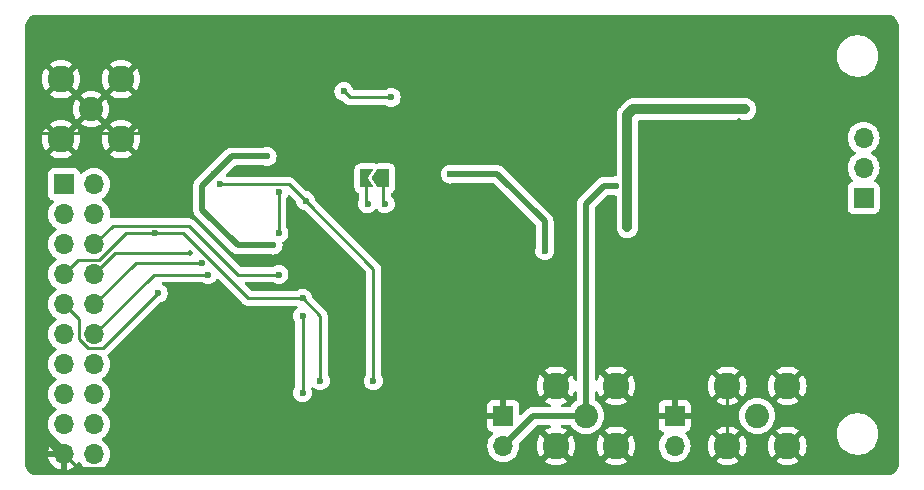
<source format=gbr>
%TF.GenerationSoftware,KiCad,Pcbnew,8.0.6*%
%TF.CreationDate,2025-05-09T15:02:35+02:00*%
%TF.ProjectId,pulse-shaping-extension-v1.1,70756c73-652d-4736-9861-70696e672d65,rev?*%
%TF.SameCoordinates,PX3d09000PY6590fa0*%
%TF.FileFunction,Copper,L2,Bot*%
%TF.FilePolarity,Positive*%
%FSLAX46Y46*%
G04 Gerber Fmt 4.6, Leading zero omitted, Abs format (unit mm)*
G04 Created by KiCad (PCBNEW 8.0.6) date 2025-05-09 15:02:35*
%MOMM*%
%LPD*%
G01*
G04 APERTURE LIST*
G04 Aperture macros list*
%AMFreePoly0*
4,1,6,1.000000,0.000000,0.500000,-0.750000,-0.500000,-0.750000,-0.500000,0.750000,0.500000,0.750000,1.000000,0.000000,1.000000,0.000000,$1*%
%AMFreePoly1*
4,1,6,0.500000,-0.750000,-0.650000,-0.750000,-0.150000,0.000000,-0.650000,0.750000,0.500000,0.750000,0.500000,-0.750000,0.500000,-0.750000,$1*%
G04 Aperture macros list end*
%TA.AperFunction,ComponentPad*%
%ADD10R,1.700000X1.700000*%
%TD*%
%TA.AperFunction,ComponentPad*%
%ADD11O,1.700000X1.700000*%
%TD*%
%TA.AperFunction,ComponentPad*%
%ADD12C,2.050000*%
%TD*%
%TA.AperFunction,ComponentPad*%
%ADD13C,2.250000*%
%TD*%
%TA.AperFunction,ComponentPad*%
%ADD14C,0.300000*%
%TD*%
%TA.AperFunction,SMDPad,CuDef*%
%ADD15FreePoly0,180.000000*%
%TD*%
%TA.AperFunction,SMDPad,CuDef*%
%ADD16FreePoly1,180.000000*%
%TD*%
%TA.AperFunction,ViaPad*%
%ADD17C,0.500000*%
%TD*%
%TA.AperFunction,ViaPad*%
%ADD18C,0.600000*%
%TD*%
%TA.AperFunction,ViaPad*%
%ADD19C,0.700000*%
%TD*%
%TA.AperFunction,Conductor*%
%ADD20C,0.254000*%
%TD*%
%TA.AperFunction,Conductor*%
%ADD21C,0.818000*%
%TD*%
%TA.AperFunction,Conductor*%
%ADD22C,0.508000*%
%TD*%
G04 APERTURE END LIST*
D10*
%TO.P,J6,1,Pin_1*%
%TO.N,Net-(J6-Pin_1)*%
X71500000Y24000000D03*
D11*
%TO.P,J6,2,Pin_2*%
%TO.N,/AMPL_VOUT*%
X71500000Y26540000D03*
%TO.P,J6,3,Pin_3*%
%TO.N,Net-(J6-Pin_3)*%
X71500000Y29080000D03*
%TD*%
D10*
%TO.P,J4,1,Pin_1*%
%TO.N,GND*%
X41000000Y5540000D03*
D11*
%TO.P,J4,2,Pin_2*%
%TO.N,/AMPL_VIN+*%
X41000000Y3000000D03*
%TD*%
D12*
%TO.P,J2,1,In*%
%TO.N,/AMPL_VIN+*%
X48000000Y5540000D03*
D13*
%TO.P,J2,2,Ext*%
%TO.N,GND*%
X45460000Y8080000D03*
X45460000Y3000000D03*
X50540000Y8080000D03*
X50540000Y3000000D03*
%TD*%
D10*
%TO.P,J1,1,Pin_1*%
%TO.N,unconnected-(J1-Pin_1-Pad1)*%
X3810000Y25146000D03*
D11*
%TO.P,J1,2,Pin_2*%
%TO.N,unconnected-(J1-Pin_2-Pad2)*%
X6350000Y25146000D03*
%TO.P,J1,3,Pin_3*%
%TO.N,unconnected-(J1-Pin_3-Pad3)*%
X3810000Y22606000D03*
%TO.P,J1,4,Pin_4*%
%TO.N,unconnected-(J1-Pin_4-Pad4)*%
X6350000Y22606000D03*
%TO.P,J1,5,Pin_5*%
%TO.N,unconnected-(J1-Pin_5-Pad5)*%
X3810000Y20066000D03*
%TO.P,J1,6,Pin_6*%
%TO.N,/MISO*%
X6350000Y20066000D03*
%TO.P,J1,7,Pin_7*%
%TO.N,/RSTn*%
X3810000Y17526000D03*
%TO.P,J1,8,Pin_8*%
%TO.N,/CSn*%
X6350000Y17526000D03*
%TO.P,J1,9,Pin_9*%
%TO.N,/TRIG*%
X3810000Y14986000D03*
%TO.P,J1,10,Pin_10*%
%TO.N,/SCK*%
X6350000Y14986000D03*
%TO.P,J1,11,Pin_11*%
%TO.N,unconnected-(J1-Pin_11-Pad11)*%
X3810000Y12446000D03*
%TO.P,J1,12,Pin_12*%
%TO.N,/MOSI*%
X6350000Y12446000D03*
%TO.P,J1,13,Pin_13*%
%TO.N,unconnected-(J1-Pin_13-Pad13)*%
X3810000Y9906000D03*
%TO.P,J1,14,Pin_14*%
%TO.N,unconnected-(J1-Pin_14-Pad14)*%
X6350000Y9906000D03*
%TO.P,J1,15,Pin_15*%
%TO.N,unconnected-(J1-Pin_15-Pad15)*%
X3810000Y7366000D03*
%TO.P,J1,16,Pin_16*%
%TO.N,unconnected-(J1-Pin_16-Pad16)*%
X6350000Y7366000D03*
%TO.P,J1,17,Pin_17*%
%TO.N,+5V*%
X3810000Y4826000D03*
%TO.P,J1,18,Pin_18*%
%TO.N,VCC*%
X6350000Y4826000D03*
%TO.P,J1,19,Pin_19*%
%TO.N,GND*%
X3810000Y2286000D03*
%TO.P,J1,20,Pin_20*%
%TO.N,+3V3*%
X6350000Y2286000D03*
%TD*%
D12*
%TO.P,J3,1,In*%
%TO.N,/OUT*%
X62500000Y5540000D03*
D13*
%TO.P,J3,2,Ext*%
%TO.N,GND*%
X59960000Y8080000D03*
X59960000Y3000000D03*
X65040000Y8080000D03*
X65040000Y3000000D03*
%TD*%
D14*
%TO.P,U4,9,POWER_PAD*%
%TO.N,GND*%
X56200000Y27600000D03*
X56200000Y26300000D03*
X56200000Y25000000D03*
X56200000Y23700000D03*
X57500000Y27600000D03*
X57500000Y26300000D03*
X57500000Y25000000D03*
X57500000Y23700000D03*
%TD*%
D12*
%TO.P,J7,1,In*%
%TO.N,GND*%
X6096000Y31496000D03*
D13*
%TO.P,J7,2,Ext*%
X3556000Y34036000D03*
X3556000Y28956000D03*
X8636000Y34036000D03*
X8636000Y28956000D03*
%TD*%
D10*
%TO.P,J5,1,Pin_1*%
%TO.N,GND*%
X55500000Y5540000D03*
D11*
%TO.P,J5,2,Pin_2*%
%TO.N,/OUT*%
X55500000Y3000000D03*
%TD*%
D15*
%TO.P,JP1,1,A*%
%TO.N,Net-(JP1-A)*%
X30850000Y25650000D03*
D16*
%TO.P,JP1,2,B*%
%TO.N,Net-(JP1-B)*%
X29400000Y25650000D03*
%TD*%
D17*
%TO.N,GND*%
X60960000Y22860000D03*
X68580000Y7620000D03*
X55880000Y12700000D03*
X66040000Y17780000D03*
D18*
X38000000Y18000000D03*
D17*
X53340000Y10160000D03*
X18000000Y14500000D03*
X60960000Y20320000D03*
X40640000Y12700000D03*
D18*
X17500000Y29500000D03*
D17*
X48260000Y38500000D03*
X55880000Y17780000D03*
X17780000Y33020000D03*
X48260000Y25400000D03*
X50800000Y38500000D03*
X53340000Y12700000D03*
X63500000Y20320000D03*
X48260000Y27940000D03*
X60960000Y15240000D03*
X53340000Y33020000D03*
X53340000Y35560000D03*
X66040000Y15240000D03*
X71120000Y7620000D03*
X50800000Y10160000D03*
D18*
X36000000Y28000000D03*
X45750000Y35000000D03*
D17*
X73660000Y10160000D03*
X45720000Y20320000D03*
X20320000Y30480000D03*
X66040000Y10160000D03*
X73660000Y7620000D03*
X22860000Y2540000D03*
X45720000Y25400000D03*
X17780000Y35560000D03*
X25400000Y2540000D03*
D18*
X46000000Y29500000D03*
X37000000Y36500000D03*
D17*
X58420000Y15240000D03*
X33020000Y38500000D03*
X60960000Y38500000D03*
X43180000Y17780000D03*
X55880000Y38500000D03*
X12700000Y30480000D03*
X25400000Y5080000D03*
X15240000Y33020000D03*
D18*
X22250000Y14250000D03*
D17*
X53340000Y38500000D03*
X73660000Y15240000D03*
X53340000Y15240000D03*
X50800000Y12700000D03*
X63740000Y30240000D03*
X35560000Y33020000D03*
D18*
X11500000Y2000000D03*
D17*
X68580000Y17780000D03*
X43180000Y15240000D03*
X58420000Y38500000D03*
D18*
X39485000Y29000000D03*
D17*
X68580000Y15240000D03*
X60960000Y10160000D03*
X35560000Y35560000D03*
X12700000Y27940000D03*
X60960000Y17780000D03*
X60960000Y12700000D03*
D18*
X26000000Y32500000D03*
D17*
X55880000Y10160000D03*
X63500000Y12700000D03*
D18*
X50000000Y30250000D03*
D17*
X55880000Y35560000D03*
X38100000Y38500000D03*
X12700000Y33020000D03*
X58420000Y12700000D03*
X58420000Y20320000D03*
X15240000Y30480000D03*
X63500000Y15240000D03*
X43180000Y27940000D03*
X12700000Y35560000D03*
X40640000Y15240000D03*
D18*
X32000000Y34000000D03*
D17*
X20320000Y35560000D03*
D19*
X16500000Y9500000D03*
D18*
X14000000Y12500000D03*
D17*
X10160000Y25400000D03*
X15240000Y27940000D03*
X33020000Y35560000D03*
X60960000Y30480000D03*
D18*
X25500000Y28000000D03*
D17*
X58420000Y35560000D03*
X68580000Y10160000D03*
X73660000Y17780000D03*
D18*
X14500000Y23000000D03*
X29000000Y28000000D03*
D17*
X71120000Y10160000D03*
X35560000Y38500000D03*
X22860000Y5080000D03*
X71120000Y17780000D03*
D18*
X35500000Y14500000D03*
D17*
X71120000Y15240000D03*
D18*
X31500000Y18500000D03*
D17*
X45720000Y27940000D03*
X58420000Y17780000D03*
X55880000Y15240000D03*
X58420000Y10160000D03*
X63500000Y27940000D03*
X63500000Y17780000D03*
X17780000Y30480000D03*
X50800000Y35560000D03*
X45720000Y17780000D03*
X15240000Y35560000D03*
D19*
%TO.N,+5V*%
X61500000Y31500000D03*
X51500000Y21500000D03*
D18*
X52000000Y31500000D03*
%TO.N,/TRIG*%
X11773000Y15923000D03*
X24250000Y23750000D03*
X17000000Y25127000D03*
X30000000Y8500000D03*
%TO.N,+3V3*%
X21000000Y27500000D03*
X36500000Y26000000D03*
X16500000Y26000000D03*
X24000000Y14000000D03*
X24000000Y7500000D03*
X21500000Y20000000D03*
X44500000Y19500000D03*
D17*
%TO.N,/CSn*%
X14478000Y19304000D03*
D18*
%TO.N,/MOSI*%
X16000000Y17500000D03*
%TO.N,/MISO*%
X22000000Y17500000D03*
%TO.N,/SCK*%
X15500000Y18500000D03*
%TO.N,/RSTn*%
X24000000Y15500000D03*
X25500000Y8500000D03*
X11500000Y21000000D03*
%TO.N,/LDO2*%
X22000000Y24500000D03*
X22000000Y21000000D03*
%TO.N,Net-(JP1-B)*%
X29500000Y23500000D03*
%TO.N,Net-(JP1-A)*%
X31000000Y23500000D03*
%TO.N,/-IN*%
X31500000Y32500000D03*
X27500000Y33000000D03*
%TO.N,/AMPL_VIN+*%
X50500000Y25000000D03*
%TD*%
D20*
%TO.N,GND*%
X57000000Y29000000D02*
X62500000Y29000000D01*
D21*
X59400000Y27600000D02*
X57500000Y27600000D01*
X56200000Y27600000D02*
X56200000Y28200000D01*
D20*
X25500000Y28000000D02*
X27350000Y29850000D01*
D21*
X59500000Y26500000D02*
X59500000Y27000000D01*
D20*
X27350000Y29850000D02*
X27350000Y30000000D01*
X56943000Y22057000D02*
X57000000Y22000000D01*
X54600000Y27600000D02*
X54500000Y27500000D01*
X41000000Y9000000D02*
X41000000Y5540000D01*
D21*
X54500000Y25000000D02*
X54500000Y24500000D01*
X54500000Y27000000D02*
X54500000Y26500000D01*
X58420000Y38500000D02*
X60960000Y38500000D01*
X59500000Y24500000D02*
X59500000Y25000000D01*
X57500000Y28250000D02*
X59500000Y28250000D01*
X56943000Y25750000D02*
X56943000Y24250000D01*
X57500000Y25000000D02*
X59500000Y25000000D01*
D20*
X62500000Y29000000D02*
X63740000Y30240000D01*
D21*
X54500000Y27500000D02*
X54500000Y28250000D01*
X56250000Y23000000D02*
X57500000Y23000000D01*
D20*
X26150000Y32500000D02*
X27350000Y31300000D01*
D21*
X56200000Y23700000D02*
X56200000Y23050000D01*
X56943000Y28943000D02*
X56943000Y27000000D01*
D20*
X37000000Y29000000D02*
X36000000Y28000000D01*
D21*
X54500000Y27500000D02*
X54500000Y27000000D01*
X55880000Y38500000D02*
X58420000Y38500000D01*
X54750000Y24250000D02*
X54500000Y24500000D01*
X54500000Y25750000D02*
X54500000Y25000000D01*
X56943000Y27000000D02*
X59500000Y27000000D01*
X57500000Y26300000D02*
X59300000Y26300000D01*
X56200000Y25000000D02*
X54500000Y25000000D01*
X56943000Y24250000D02*
X54750000Y24250000D01*
X59500000Y24000000D02*
X59500000Y24500000D01*
X59300000Y26300000D02*
X59500000Y26500000D01*
X56943000Y24250000D02*
X59250000Y24250000D01*
X56943000Y25750000D02*
X59500000Y25750000D01*
X35560000Y38500000D02*
X37000000Y38500000D01*
X59250000Y24250000D02*
X59500000Y24500000D01*
D20*
X59500000Y27500000D02*
X59400000Y27600000D01*
X56200000Y28200000D02*
X56250000Y28250000D01*
X63740000Y30240000D02*
X64500000Y31000000D01*
D21*
X57500000Y23000000D02*
X59500000Y23000000D01*
X56200000Y26300000D02*
X54700000Y26300000D01*
X56943000Y25750000D02*
X54500000Y25750000D01*
X56943000Y24250000D02*
X56943000Y22057000D01*
D20*
X59960000Y3000000D02*
X59960000Y8080000D01*
X32000000Y34000000D02*
X32000000Y38500000D01*
D21*
X56250000Y28250000D02*
X57500000Y28250000D01*
X54500000Y24500000D02*
X54500000Y24000000D01*
X56943000Y27000000D02*
X56943000Y25750000D01*
X56200000Y27600000D02*
X54600000Y27600000D01*
X54500000Y26500000D02*
X54500000Y25750000D01*
X1500000Y4596000D02*
X3810000Y2286000D01*
X60960000Y38500000D02*
X63500000Y38500000D01*
D20*
X17500000Y29500000D02*
X1500000Y29500000D01*
X46000000Y29500000D02*
X45500000Y29000000D01*
D21*
X53340000Y38500000D02*
X55880000Y38500000D01*
X54500000Y24000000D02*
X54800000Y23700000D01*
D20*
X14750000Y11250000D02*
X11500000Y8000000D01*
D21*
X57500000Y27600000D02*
X57500000Y28250000D01*
X54800000Y23700000D02*
X56200000Y23700000D01*
D20*
X27350000Y30000000D02*
X29000000Y28350000D01*
X4987000Y1109000D02*
X3810000Y2286000D01*
D21*
X57500000Y23700000D02*
X59200000Y23700000D01*
X50800000Y38500000D02*
X53340000Y38500000D01*
D20*
X64500000Y34000000D02*
X63500000Y35000000D01*
D21*
X54500000Y24000000D02*
X54500000Y23000000D01*
X48260000Y38500000D02*
X50800000Y38500000D01*
X3000000Y38500000D02*
X32000000Y38500000D01*
D20*
X63500000Y35000000D02*
X63500000Y38500000D01*
D21*
X59500000Y27000000D02*
X59500000Y27500000D01*
X59500000Y23000000D02*
X59500000Y24000000D01*
D20*
X31500000Y18500000D02*
X35500000Y14500000D01*
X35500000Y14500000D02*
X41000000Y9000000D01*
D21*
X1500000Y29500000D02*
X1500000Y4596000D01*
X38100000Y38500000D02*
X48260000Y38500000D01*
D20*
X56200000Y23050000D02*
X56250000Y23000000D01*
D21*
X1500000Y37000000D02*
X3000000Y38500000D01*
D20*
X51500000Y35000000D02*
X46000000Y29500000D01*
X57000000Y29000000D02*
X56943000Y28943000D01*
X64500000Y31000000D02*
X64500000Y34000000D01*
D21*
X56200000Y26300000D02*
X56200000Y25000000D01*
X59500000Y25000000D02*
X59500000Y25750000D01*
D20*
X10609000Y1109000D02*
X4987000Y1109000D01*
D21*
X32000000Y38500000D02*
X33020000Y38500000D01*
D20*
X37000000Y36500000D02*
X37000000Y38500000D01*
X29000000Y28350000D02*
X29000000Y28000000D01*
D21*
X37000000Y38500000D02*
X38100000Y38500000D01*
X33020000Y38500000D02*
X35560000Y38500000D01*
X56200000Y25000000D02*
X56200000Y23700000D01*
X54700000Y26300000D02*
X54500000Y26500000D01*
X56943000Y27000000D02*
X54500000Y27000000D01*
X54500000Y23000000D02*
X56250000Y23000000D01*
D20*
X39485000Y29000000D02*
X37000000Y29000000D01*
X18000000Y14500000D02*
X14750000Y11250000D01*
D21*
X57500000Y23700000D02*
X57500000Y23000000D01*
D20*
X45500000Y29000000D02*
X39485000Y29000000D01*
D21*
X59200000Y23700000D02*
X59500000Y24000000D01*
D20*
X16500000Y9500000D02*
X14750000Y11250000D01*
D21*
X54500000Y28250000D02*
X56250000Y28250000D01*
X1500000Y29500000D02*
X1500000Y37000000D01*
D20*
X11500000Y2000000D02*
X10609000Y1109000D01*
D21*
X59500000Y25750000D02*
X59500000Y26500000D01*
X59500000Y28250000D02*
X59500000Y27500000D01*
D20*
X26000000Y32500000D02*
X26150000Y32500000D01*
X11500000Y8000000D02*
X11500000Y2000000D01*
X63500000Y35000000D02*
X51500000Y35000000D01*
D21*
%TO.N,+5V*%
X52000000Y31500000D02*
X61500000Y31500000D01*
X51500000Y21500000D02*
X51500000Y31000000D01*
X51500000Y31000000D02*
X52000000Y31500000D01*
D20*
%TO.N,/TRIG*%
X5080000Y12051470D02*
X5080000Y13716000D01*
X7119000Y11269000D02*
X5862470Y11269000D01*
X30000000Y18000000D02*
X30000000Y8500000D01*
X24250000Y23750000D02*
X22873000Y25127000D01*
X22873000Y25127000D02*
X17000000Y25127000D01*
X24250000Y23750000D02*
X30000000Y18000000D01*
X5080000Y13716000D02*
X3810000Y14986000D01*
X5862470Y11269000D02*
X5080000Y12051470D01*
X11773000Y15923000D02*
X7119000Y11269000D01*
D22*
%TO.N,+3V3*%
X44500000Y19500000D02*
X44500000Y22000000D01*
X40500000Y26000000D02*
X36500000Y26000000D01*
X44500000Y22000000D02*
X40500000Y26000000D01*
D20*
X24000000Y7500000D02*
X24000000Y14000000D01*
D22*
X15500000Y25000000D02*
X16500000Y26000000D01*
X18500000Y20000000D02*
X15500000Y23000000D01*
X21500000Y20000000D02*
X18500000Y20000000D01*
X15500000Y23000000D02*
X15500000Y25000000D01*
X18000000Y27500000D02*
X16500000Y26000000D01*
X21000000Y27500000D02*
X18000000Y27500000D01*
D20*
%TO.N,/CSn*%
X14478000Y19304000D02*
X8128000Y19304000D01*
X8128000Y19304000D02*
X6350000Y17526000D01*
%TO.N,/MOSI*%
X11404000Y17500000D02*
X6350000Y12446000D01*
X16000000Y17500000D02*
X11404000Y17500000D01*
%TO.N,/MISO*%
X18500000Y17500000D02*
X22000000Y17500000D01*
X7911000Y21627000D02*
X6350000Y20066000D01*
X14373000Y21627000D02*
X7911000Y21627000D01*
X18500000Y17500000D02*
X14373000Y21627000D01*
%TO.N,/SCK*%
X15500000Y18500000D02*
X9864000Y18500000D01*
X6290000Y14660000D02*
X6290000Y14975000D01*
X9864000Y18500000D02*
X6350000Y14986000D01*
%TO.N,/RSTn*%
X11500000Y21000000D02*
X9062000Y21000000D01*
X19386712Y15500000D02*
X24000000Y15500000D01*
X11500000Y21000000D02*
X13886712Y21000000D01*
X4987000Y18703000D02*
X3810000Y17526000D01*
X9062000Y21000000D02*
X6765000Y18703000D01*
X25500000Y14000000D02*
X25500000Y9000000D01*
X6765000Y18703000D02*
X4987000Y18703000D01*
X25500000Y9000000D02*
X25500000Y8500000D01*
X24000000Y15500000D02*
X25500000Y14000000D01*
X13886712Y21000000D02*
X19386712Y15500000D01*
%TO.N,/LDO2*%
X22000000Y24500000D02*
X22000000Y21000000D01*
%TO.N,Net-(JP1-B)*%
X29400000Y23600000D02*
X29500000Y23500000D01*
X29400000Y25650000D02*
X29400000Y23600000D01*
%TO.N,Net-(JP1-A)*%
X30850000Y23650000D02*
X31000000Y23500000D01*
X30850000Y25650000D02*
X30850000Y23650000D01*
%TO.N,/-IN*%
X27500000Y33000000D02*
X28000000Y32500000D01*
X28000000Y32500000D02*
X31500000Y32500000D01*
D22*
%TO.N,/AMPL_VIN+*%
X50500000Y25000000D02*
X49500000Y25000000D01*
X43540000Y5540000D02*
X41000000Y3000000D01*
X49500000Y25000000D02*
X48000000Y23500000D01*
X48000000Y5540000D02*
X43540000Y5540000D01*
X48000000Y23500000D02*
X48000000Y5540000D01*
%TD*%
%TA.AperFunction,Conductor*%
%TO.N,GND*%
G36*
X46775464Y7118089D02*
G01*
X46775466Y7118089D01*
X46778713Y7121890D01*
X46778724Y7121905D01*
X46912363Y7339985D01*
X46912365Y7339988D01*
X47006939Y7568311D01*
X47050780Y7622715D01*
X47117074Y7644780D01*
X47184773Y7627501D01*
X47232384Y7576364D01*
X47245500Y7520859D01*
X47245500Y6936235D01*
X47225815Y6869196D01*
X47186290Y6830508D01*
X47100566Y6777976D01*
X47100563Y6777975D01*
X46917973Y6622027D01*
X46762028Y6439440D01*
X46729102Y6385710D01*
X46710424Y6355227D01*
X46709494Y6353710D01*
X46657682Y6306835D01*
X46603766Y6294500D01*
X46019141Y6294500D01*
X45952102Y6314185D01*
X45906347Y6366989D01*
X45896403Y6436147D01*
X45925428Y6499703D01*
X45971689Y6533061D01*
X46200012Y6627635D01*
X46200015Y6627637D01*
X46418095Y6761276D01*
X46418110Y6761287D01*
X46421911Y6764534D01*
X46421911Y6764536D01*
X45860562Y7325886D01*
X45862626Y7326740D01*
X46001844Y7419762D01*
X46120238Y7538156D01*
X46213260Y7677374D01*
X46214114Y7679438D01*
X46775464Y7118089D01*
G37*
%TD.AperFunction*%
%TA.AperFunction,Conductor*%
G36*
X73505394Y39499028D02*
G01*
X73535721Y39496375D01*
X73662755Y39485261D01*
X73684035Y39481509D01*
X73801188Y39450118D01*
X73831369Y39442031D01*
X73851681Y39434638D01*
X73989915Y39370178D01*
X74008633Y39359371D01*
X74133582Y39271881D01*
X74150140Y39257987D01*
X74257986Y39150141D01*
X74271880Y39133583D01*
X74359370Y39008634D01*
X74370177Y38989916D01*
X74434637Y38851682D01*
X74442030Y38831370D01*
X74481507Y38684039D01*
X74485260Y38662754D01*
X74499028Y38505395D01*
X74499500Y38494587D01*
X74499500Y1505414D01*
X74499028Y1494606D01*
X74485260Y1337247D01*
X74481507Y1315962D01*
X74442030Y1168631D01*
X74434637Y1148319D01*
X74370177Y1010085D01*
X74359370Y991367D01*
X74271880Y866418D01*
X74257986Y849860D01*
X74150140Y742014D01*
X74133582Y728120D01*
X74008633Y640630D01*
X73989915Y629823D01*
X73851681Y565363D01*
X73831369Y557970D01*
X73684038Y518493D01*
X73662753Y514740D01*
X73505395Y500972D01*
X73494587Y500500D01*
X1505413Y500500D01*
X1494605Y500972D01*
X1337246Y514740D01*
X1315961Y518493D01*
X1168630Y557970D01*
X1148318Y565363D01*
X1010084Y629823D01*
X991366Y640630D01*
X866417Y728120D01*
X849859Y742014D01*
X742013Y849860D01*
X728119Y866418D01*
X640629Y991367D01*
X629822Y1010085D01*
X565362Y1148319D01*
X557969Y1168631D01*
X536834Y1247507D01*
X518491Y1315965D01*
X514739Y1337248D01*
X500972Y1494607D01*
X500500Y1505414D01*
X500500Y22606001D01*
X2454341Y22606001D01*
X2454341Y22606000D01*
X2474936Y22370597D01*
X2474938Y22370587D01*
X2536094Y22142345D01*
X2536096Y22142341D01*
X2536097Y22142337D01*
X2567818Y22074312D01*
X2635965Y21928170D01*
X2635967Y21928166D01*
X2744281Y21773479D01*
X2771501Y21734604D01*
X2771506Y21734598D01*
X2938597Y21567507D01*
X2938603Y21567502D01*
X3124158Y21437575D01*
X3167783Y21382998D01*
X3174977Y21313500D01*
X3143454Y21251145D01*
X3124158Y21234425D01*
X2938597Y21104495D01*
X2771505Y20937403D01*
X2635965Y20743831D01*
X2635964Y20743829D01*
X2536098Y20529665D01*
X2536094Y20529656D01*
X2474938Y20301414D01*
X2474936Y20301404D01*
X2454341Y20066001D01*
X2454341Y20066000D01*
X2474936Y19830597D01*
X2474938Y19830587D01*
X2536094Y19602345D01*
X2536096Y19602341D01*
X2536097Y19602337D01*
X2623947Y19413943D01*
X2635965Y19388170D01*
X2635967Y19388166D01*
X2715560Y19274497D01*
X2757478Y19214631D01*
X2771501Y19194605D01*
X2771506Y19194598D01*
X2938597Y19027507D01*
X2938603Y19027502D01*
X3124158Y18897575D01*
X3167783Y18842998D01*
X3174977Y18773500D01*
X3143454Y18711145D01*
X3124158Y18694425D01*
X2938597Y18564495D01*
X2771505Y18397403D01*
X2635965Y18203831D01*
X2635964Y18203829D01*
X2536098Y17989665D01*
X2536094Y17989656D01*
X2474938Y17761414D01*
X2474936Y17761404D01*
X2454341Y17526001D01*
X2454341Y17526000D01*
X2474936Y17290597D01*
X2474938Y17290587D01*
X2536094Y17062345D01*
X2536096Y17062341D01*
X2536097Y17062337D01*
X2540000Y17053968D01*
X2635965Y16848170D01*
X2635967Y16848166D01*
X2742627Y16695841D01*
X2771501Y16654604D01*
X2771506Y16654598D01*
X2938597Y16487507D01*
X2938603Y16487502D01*
X3124158Y16357575D01*
X3167783Y16302998D01*
X3174977Y16233500D01*
X3143454Y16171145D01*
X3124158Y16154425D01*
X2938597Y16024495D01*
X2771505Y15857403D01*
X2635965Y15663831D01*
X2635964Y15663829D01*
X2536098Y15449665D01*
X2536094Y15449656D01*
X2474938Y15221414D01*
X2474936Y15221404D01*
X2454341Y14986001D01*
X2454341Y14986000D01*
X2474936Y14750597D01*
X2474938Y14750587D01*
X2536094Y14522345D01*
X2536096Y14522341D01*
X2536097Y14522337D01*
X2552384Y14487410D01*
X2635965Y14308170D01*
X2635967Y14308166D01*
X2771501Y14114605D01*
X2771506Y14114598D01*
X2938597Y13947507D01*
X2938603Y13947502D01*
X3124158Y13817575D01*
X3167783Y13762998D01*
X3174977Y13693500D01*
X3143454Y13631145D01*
X3124158Y13614425D01*
X2938597Y13484495D01*
X2771505Y13317403D01*
X2635965Y13123831D01*
X2635964Y13123829D01*
X2536098Y12909665D01*
X2536094Y12909656D01*
X2474938Y12681414D01*
X2474936Y12681404D01*
X2454341Y12446001D01*
X2454341Y12446000D01*
X2474936Y12210597D01*
X2474938Y12210587D01*
X2536094Y11982345D01*
X2536096Y11982341D01*
X2536097Y11982337D01*
X2635965Y11768170D01*
X2635967Y11768166D01*
X2771501Y11574605D01*
X2771506Y11574598D01*
X2938597Y11407507D01*
X2938603Y11407502D01*
X3124158Y11277575D01*
X3167783Y11222998D01*
X3174977Y11153500D01*
X3143454Y11091145D01*
X3124158Y11074425D01*
X2938597Y10944495D01*
X2771505Y10777403D01*
X2635965Y10583831D01*
X2635964Y10583829D01*
X2536098Y10369665D01*
X2536094Y10369656D01*
X2474938Y10141414D01*
X2474936Y10141404D01*
X2454341Y9906001D01*
X2454341Y9906000D01*
X2474936Y9670597D01*
X2474938Y9670587D01*
X2536094Y9442345D01*
X2536096Y9442341D01*
X2536097Y9442337D01*
X2557953Y9395467D01*
X2635965Y9228170D01*
X2635967Y9228166D01*
X2744281Y9073479D01*
X2771501Y9034604D01*
X2771506Y9034598D01*
X2938597Y8867507D01*
X2938603Y8867502D01*
X3124158Y8737575D01*
X3167783Y8682998D01*
X3174977Y8613500D01*
X3143454Y8551145D01*
X3124158Y8534425D01*
X2938597Y8404495D01*
X2771505Y8237403D01*
X2635965Y8043831D01*
X2635964Y8043829D01*
X2536098Y7829665D01*
X2536094Y7829656D01*
X2474938Y7601414D01*
X2474936Y7601404D01*
X2454341Y7366001D01*
X2454341Y7366000D01*
X2474936Y7130597D01*
X2474938Y7130587D01*
X2536094Y6902345D01*
X2536096Y6902341D01*
X2536097Y6902337D01*
X2616004Y6730977D01*
X2635965Y6688170D01*
X2635967Y6688166D01*
X2744281Y6533479D01*
X2771501Y6494604D01*
X2771506Y6494598D01*
X2938597Y6327507D01*
X2938603Y6327502D01*
X3124158Y6197575D01*
X3167783Y6142998D01*
X3174977Y6073500D01*
X3143454Y6011145D01*
X3124158Y5994425D01*
X2938597Y5864495D01*
X2771505Y5697403D01*
X2635965Y5503831D01*
X2635964Y5503829D01*
X2536098Y5289665D01*
X2536094Y5289656D01*
X2474938Y5061414D01*
X2474936Y5061404D01*
X2454341Y4826001D01*
X2454341Y4826000D01*
X2474936Y4590597D01*
X2474938Y4590587D01*
X2536094Y4362345D01*
X2536096Y4362341D01*
X2536097Y4362337D01*
X2557953Y4315467D01*
X2635965Y4148170D01*
X2635967Y4148166D01*
X2732864Y4009784D01*
X2771501Y3954604D01*
X2771506Y3954598D01*
X2938597Y3787507D01*
X2938603Y3787502D01*
X3026403Y3726024D01*
X3095232Y3677829D01*
X3124594Y3657270D01*
X3168219Y3602693D01*
X3175413Y3533195D01*
X3143890Y3470840D01*
X3124595Y3454120D01*
X2938922Y3324110D01*
X2938920Y3324109D01*
X2771891Y3157080D01*
X2771886Y3157074D01*
X2636400Y2963580D01*
X2636399Y2963578D01*
X2536570Y2749493D01*
X2536567Y2749487D01*
X2479364Y2536001D01*
X2479364Y2536000D01*
X3376988Y2536000D01*
X3344075Y2478993D01*
X3310000Y2351826D01*
X3310000Y2220174D01*
X3344075Y2093007D01*
X3376988Y2036000D01*
X2479364Y2036000D01*
X2536567Y1822514D01*
X2536570Y1822508D01*
X2636399Y1608422D01*
X2771894Y1414918D01*
X2938917Y1247895D01*
X3132421Y1112400D01*
X3346507Y1012571D01*
X3346516Y1012567D01*
X3560000Y955366D01*
X3560000Y1852988D01*
X3617007Y1820075D01*
X3744174Y1786000D01*
X3875826Y1786000D01*
X4002993Y1820075D01*
X4060000Y1852988D01*
X4060000Y955367D01*
X4273483Y1012567D01*
X4273492Y1012571D01*
X4487578Y1112400D01*
X4681082Y1247895D01*
X4848105Y1414918D01*
X4978119Y1600595D01*
X5032696Y1644219D01*
X5102195Y1651412D01*
X5164549Y1619890D01*
X5181269Y1600595D01*
X5311505Y1414599D01*
X5478599Y1247505D01*
X5575384Y1179735D01*
X5672165Y1111968D01*
X5672167Y1111967D01*
X5672170Y1111965D01*
X5886337Y1012097D01*
X6114592Y950937D01*
X6302918Y934461D01*
X6349999Y930341D01*
X6350000Y930341D01*
X6350001Y930341D01*
X6389234Y933774D01*
X6585408Y950937D01*
X6813663Y1012097D01*
X7027830Y1111965D01*
X7221401Y1247505D01*
X7388495Y1414599D01*
X7524035Y1608170D01*
X7623903Y1822337D01*
X7685063Y2050592D01*
X7705659Y2286000D01*
X7685063Y2521408D01*
X7638626Y2694715D01*
X7623905Y2749656D01*
X7623904Y2749657D01*
X7623903Y2749663D01*
X7524035Y2963829D01*
X7518731Y2971405D01*
X7498708Y3000001D01*
X39644341Y3000001D01*
X39644341Y3000000D01*
X39664936Y2764597D01*
X39664938Y2764587D01*
X39726094Y2536345D01*
X39726096Y2536341D01*
X39726097Y2536337D01*
X39812136Y2351826D01*
X39825965Y2322170D01*
X39825967Y2322166D01*
X39934281Y2167479D01*
X39961505Y2128599D01*
X40128599Y1961505D01*
X40225384Y1893735D01*
X40322165Y1825968D01*
X40322167Y1825967D01*
X40322170Y1825965D01*
X40536337Y1726097D01*
X40764592Y1664937D01*
X40952918Y1648461D01*
X40999999Y1644341D01*
X41000000Y1644341D01*
X41000001Y1644341D01*
X41039234Y1647774D01*
X41235408Y1664937D01*
X41463663Y1726097D01*
X41677830Y1825965D01*
X41871401Y1961505D01*
X42038495Y2128599D01*
X42174035Y2322170D01*
X42273903Y2536337D01*
X42335063Y2764592D01*
X42355659Y3000000D01*
X42337477Y3207814D01*
X42351243Y3276312D01*
X42373321Y3306298D01*
X43816205Y4749181D01*
X43877528Y4782666D01*
X43903886Y4785500D01*
X44900859Y4785500D01*
X44967898Y4765815D01*
X45013653Y4713011D01*
X45023597Y4643853D01*
X44994572Y4580297D01*
X44948311Y4546939D01*
X44719987Y4452366D01*
X44719984Y4452364D01*
X44501893Y4318718D01*
X44498086Y4315468D01*
X45059438Y3754116D01*
X45057374Y3753260D01*
X44918156Y3660238D01*
X44799762Y3541844D01*
X44706740Y3402626D01*
X44705884Y3400562D01*
X44144532Y3961914D01*
X44141282Y3958107D01*
X44007636Y3740016D01*
X44007634Y3740013D01*
X43909752Y3503703D01*
X43850042Y3254990D01*
X43829975Y3000000D01*
X43850042Y2745011D01*
X43909752Y2496298D01*
X44007634Y2259988D01*
X44007636Y2259985D01*
X44141277Y2041902D01*
X44141284Y2041893D01*
X44144533Y2038088D01*
X44705884Y2599440D01*
X44706740Y2597374D01*
X44799762Y2458156D01*
X44918156Y2339762D01*
X45057374Y2246740D01*
X45059437Y2245886D01*
X44498087Y1684535D01*
X44501897Y1681281D01*
X44719984Y1547637D01*
X44719987Y1547635D01*
X44956297Y1449753D01*
X45205011Y1390043D01*
X45205010Y1390043D01*
X45460000Y1369976D01*
X45714989Y1390043D01*
X45963702Y1449753D01*
X46200012Y1547635D01*
X46200015Y1547637D01*
X46418095Y1681276D01*
X46418110Y1681287D01*
X46421911Y1684534D01*
X46421911Y1684536D01*
X45860562Y2245886D01*
X45862626Y2246740D01*
X46001844Y2339762D01*
X46120238Y2458156D01*
X46213260Y2597374D01*
X46214114Y2599438D01*
X46775464Y2038089D01*
X46775466Y2038089D01*
X46778713Y2041890D01*
X46778724Y2041905D01*
X46912363Y2259985D01*
X46912365Y2259988D01*
X47010247Y2496298D01*
X47069957Y2745011D01*
X47090024Y3000000D01*
X48909975Y3000000D01*
X48930042Y2745011D01*
X48989752Y2496298D01*
X49087634Y2259988D01*
X49087636Y2259985D01*
X49221277Y2041902D01*
X49221284Y2041893D01*
X49224533Y2038088D01*
X49785884Y2599440D01*
X49786740Y2597374D01*
X49879762Y2458156D01*
X49998156Y2339762D01*
X50137374Y2246740D01*
X50139437Y2245886D01*
X49578087Y1684535D01*
X49581897Y1681281D01*
X49799984Y1547637D01*
X49799987Y1547635D01*
X50036297Y1449753D01*
X50285011Y1390043D01*
X50285010Y1390043D01*
X50540000Y1369976D01*
X50794989Y1390043D01*
X51043702Y1449753D01*
X51280012Y1547635D01*
X51280015Y1547637D01*
X51498095Y1681276D01*
X51498110Y1681287D01*
X51501911Y1684534D01*
X51501911Y1684536D01*
X50940562Y2245886D01*
X50942626Y2246740D01*
X51081844Y2339762D01*
X51200238Y2458156D01*
X51293260Y2597374D01*
X51294114Y2599439D01*
X51855464Y2038089D01*
X51855466Y2038089D01*
X51858713Y2041890D01*
X51858724Y2041905D01*
X51992363Y2259985D01*
X51992365Y2259988D01*
X52090247Y2496298D01*
X52149957Y2745011D01*
X52170024Y3000000D01*
X52170024Y3000001D01*
X54144341Y3000001D01*
X54144341Y3000000D01*
X54164936Y2764597D01*
X54164938Y2764587D01*
X54226094Y2536345D01*
X54226096Y2536341D01*
X54226097Y2536337D01*
X54312136Y2351826D01*
X54325965Y2322170D01*
X54325967Y2322166D01*
X54434281Y2167479D01*
X54461505Y2128599D01*
X54628599Y1961505D01*
X54725384Y1893735D01*
X54822165Y1825968D01*
X54822167Y1825967D01*
X54822170Y1825965D01*
X55036337Y1726097D01*
X55264592Y1664937D01*
X55452918Y1648461D01*
X55499999Y1644341D01*
X55500000Y1644341D01*
X55500001Y1644341D01*
X55539234Y1647774D01*
X55735408Y1664937D01*
X55963663Y1726097D01*
X56177830Y1825965D01*
X56371401Y1961505D01*
X56538495Y2128599D01*
X56674035Y2322170D01*
X56773903Y2536337D01*
X56835063Y2764592D01*
X56855659Y3000000D01*
X58329975Y3000000D01*
X58350042Y2745011D01*
X58409752Y2496298D01*
X58507634Y2259988D01*
X58507636Y2259985D01*
X58641277Y2041902D01*
X58641284Y2041893D01*
X58644533Y2038088D01*
X59205884Y2599440D01*
X59206740Y2597374D01*
X59299762Y2458156D01*
X59418156Y2339762D01*
X59557374Y2246740D01*
X59559437Y2245886D01*
X58998087Y1684535D01*
X59001897Y1681281D01*
X59219984Y1547637D01*
X59219987Y1547635D01*
X59456297Y1449753D01*
X59705011Y1390043D01*
X59705010Y1390043D01*
X59960000Y1369976D01*
X60214989Y1390043D01*
X60463702Y1449753D01*
X60700012Y1547635D01*
X60700015Y1547637D01*
X60918095Y1681276D01*
X60918110Y1681287D01*
X60921911Y1684534D01*
X60921911Y1684536D01*
X60360562Y2245886D01*
X60362626Y2246740D01*
X60501844Y2339762D01*
X60620238Y2458156D01*
X60713260Y2597374D01*
X60714114Y2599439D01*
X61275464Y2038089D01*
X61275466Y2038089D01*
X61278713Y2041890D01*
X61278724Y2041905D01*
X61412363Y2259985D01*
X61412365Y2259988D01*
X61510247Y2496298D01*
X61569957Y2745011D01*
X61590024Y3000000D01*
X63409975Y3000000D01*
X63430042Y2745011D01*
X63489752Y2496298D01*
X63587634Y2259988D01*
X63587636Y2259985D01*
X63721277Y2041902D01*
X63721284Y2041893D01*
X63724533Y2038088D01*
X64285884Y2599440D01*
X64286740Y2597374D01*
X64379762Y2458156D01*
X64498156Y2339762D01*
X64637374Y2246740D01*
X64639437Y2245886D01*
X64078087Y1684535D01*
X64081897Y1681281D01*
X64299984Y1547637D01*
X64299987Y1547635D01*
X64536297Y1449753D01*
X64785011Y1390043D01*
X64785010Y1390043D01*
X65040000Y1369976D01*
X65294989Y1390043D01*
X65543702Y1449753D01*
X65780012Y1547635D01*
X65780015Y1547637D01*
X65998095Y1681276D01*
X65998110Y1681287D01*
X66001911Y1684534D01*
X66001911Y1684536D01*
X65440562Y2245886D01*
X65442626Y2246740D01*
X65581844Y2339762D01*
X65700238Y2458156D01*
X65793260Y2597374D01*
X65794114Y2599439D01*
X66355464Y2038089D01*
X66355466Y2038089D01*
X66358713Y2041890D01*
X66358724Y2041905D01*
X66492363Y2259985D01*
X66492365Y2259988D01*
X66590247Y2496298D01*
X66649957Y2745011D01*
X66670024Y3000000D01*
X66649957Y3254990D01*
X66590247Y3503703D01*
X66492365Y3740013D01*
X66492363Y3740016D01*
X66358719Y3958103D01*
X66355465Y3961913D01*
X65794114Y3400563D01*
X65793260Y3402626D01*
X65700238Y3541844D01*
X65581844Y3660238D01*
X65442626Y3753260D01*
X65440561Y3754116D01*
X65801187Y4114742D01*
X69249500Y4114742D01*
X69249500Y3885259D01*
X69262371Y3787502D01*
X69279452Y3657762D01*
X69306719Y3556000D01*
X69338842Y3436113D01*
X69426650Y3224124D01*
X69426657Y3224110D01*
X69541392Y3025383D01*
X69681081Y2843339D01*
X69681089Y2843330D01*
X69843330Y2681089D01*
X69843338Y2681082D01*
X70025382Y2541393D01*
X70025385Y2541392D01*
X70025388Y2541389D01*
X70224112Y2426656D01*
X70224117Y2426654D01*
X70224123Y2426651D01*
X70315480Y2388810D01*
X70436113Y2338842D01*
X70657762Y2279452D01*
X70885266Y2249500D01*
X70885273Y2249500D01*
X71114727Y2249500D01*
X71114734Y2249500D01*
X71342238Y2279452D01*
X71563887Y2338842D01*
X71775888Y2426656D01*
X71974612Y2541389D01*
X72156661Y2681081D01*
X72156665Y2681086D01*
X72156670Y2681089D01*
X72318911Y2843330D01*
X72318914Y2843335D01*
X72318919Y2843339D01*
X72458611Y3025388D01*
X72573344Y3224112D01*
X72661158Y3436113D01*
X72720548Y3657762D01*
X72750500Y3885266D01*
X72750500Y4114734D01*
X72720548Y4342238D01*
X72661158Y4563887D01*
X72593888Y4726290D01*
X72573349Y4775877D01*
X72573346Y4775883D01*
X72573344Y4775888D01*
X72458611Y4974612D01*
X72458608Y4974615D01*
X72458607Y4974618D01*
X72318918Y5156662D01*
X72318911Y5156670D01*
X72156670Y5318911D01*
X72156661Y5318919D01*
X71974617Y5458608D01*
X71775890Y5573343D01*
X71775876Y5573350D01*
X71563887Y5661158D01*
X71342238Y5720548D01*
X71304215Y5725554D01*
X71114741Y5750500D01*
X71114734Y5750500D01*
X70885266Y5750500D01*
X70885258Y5750500D01*
X70668715Y5721991D01*
X70657762Y5720548D01*
X70571383Y5697403D01*
X70436112Y5661158D01*
X70224123Y5573350D01*
X70224109Y5573343D01*
X70025382Y5458608D01*
X69843338Y5318919D01*
X69681081Y5156662D01*
X69541392Y4974618D01*
X69426657Y4775891D01*
X69426650Y4775877D01*
X69345639Y4580297D01*
X69338842Y4563887D01*
X69284838Y4362337D01*
X69279453Y4342241D01*
X69279451Y4342230D01*
X69249500Y4114742D01*
X65801187Y4114742D01*
X66001912Y4315467D01*
X65998107Y4318716D01*
X65998098Y4318723D01*
X65780015Y4452364D01*
X65780012Y4452366D01*
X65543702Y4550248D01*
X65294988Y4609958D01*
X65294989Y4609958D01*
X65040000Y4630025D01*
X64785010Y4609958D01*
X64536297Y4550248D01*
X64299987Y4452366D01*
X64299984Y4452364D01*
X64081893Y4318718D01*
X64078086Y4315468D01*
X64639438Y3754116D01*
X64637374Y3753260D01*
X64498156Y3660238D01*
X64379762Y3541844D01*
X64286740Y3402626D01*
X64285884Y3400562D01*
X63724532Y3961914D01*
X63721282Y3958107D01*
X63587636Y3740016D01*
X63587634Y3740013D01*
X63489752Y3503703D01*
X63430042Y3254990D01*
X63409975Y3000000D01*
X61590024Y3000000D01*
X61569957Y3254990D01*
X61510247Y3503703D01*
X61412365Y3740013D01*
X61412363Y3740016D01*
X61278719Y3958103D01*
X61275465Y3961913D01*
X60714114Y3400563D01*
X60713260Y3402626D01*
X60620238Y3541844D01*
X60501844Y3660238D01*
X60362626Y3753260D01*
X60360561Y3754116D01*
X60921912Y4315467D01*
X60918107Y4318716D01*
X60918098Y4318723D01*
X60700015Y4452364D01*
X60700012Y4452366D01*
X60463702Y4550248D01*
X60214988Y4609958D01*
X60214989Y4609958D01*
X59960000Y4630025D01*
X59705010Y4609958D01*
X59456297Y4550248D01*
X59219987Y4452366D01*
X59219984Y4452364D01*
X59001893Y4318718D01*
X58998086Y4315468D01*
X59559438Y3754116D01*
X59557374Y3753260D01*
X59418156Y3660238D01*
X59299762Y3541844D01*
X59206740Y3402626D01*
X59205884Y3400562D01*
X58644532Y3961914D01*
X58641282Y3958107D01*
X58507636Y3740016D01*
X58507634Y3740013D01*
X58409752Y3503703D01*
X58350042Y3254990D01*
X58329975Y3000000D01*
X56855659Y3000000D01*
X56835063Y3235408D01*
X56773903Y3463663D01*
X56674035Y3677829D01*
X56630493Y3740013D01*
X56538496Y3871400D01*
X56524623Y3885273D01*
X56416179Y3993717D01*
X56382696Y4055037D01*
X56387680Y4124729D01*
X56429551Y4180663D01*
X56460529Y4197578D01*
X56592086Y4246646D01*
X56592093Y4246650D01*
X56707187Y4332810D01*
X56707190Y4332813D01*
X56793350Y4447907D01*
X56793354Y4447914D01*
X56843596Y4582621D01*
X56843598Y4582628D01*
X56849999Y4642156D01*
X56850000Y4642173D01*
X56850000Y5290000D01*
X55933012Y5290000D01*
X55965925Y5347007D01*
X56000000Y5474174D01*
X56000000Y5540000D01*
X60969783Y5540000D01*
X60988623Y5300618D01*
X61044674Y5067147D01*
X61044678Y5067135D01*
X61136565Y4845298D01*
X61262026Y4640564D01*
X61262028Y4640561D01*
X61417973Y4457973D01*
X61600561Y4302028D01*
X61600563Y4302027D01*
X61805297Y4176566D01*
X61893195Y4140158D01*
X62027137Y4084677D01*
X62260621Y4028623D01*
X62500000Y4009783D01*
X62739379Y4028623D01*
X62972863Y4084677D01*
X63166365Y4164829D01*
X63194702Y4176566D01*
X63201388Y4180663D01*
X63399439Y4302028D01*
X63582027Y4457973D01*
X63737972Y4640561D01*
X63863433Y4845296D01*
X63955323Y5067137D01*
X64011377Y5300621D01*
X64030217Y5540000D01*
X64011377Y5779379D01*
X63955323Y6012863D01*
X63881136Y6191965D01*
X63863434Y6234703D01*
X63737973Y6439437D01*
X63737972Y6439439D01*
X63582027Y6622027D01*
X63399439Y6777972D01*
X63399434Y6777975D01*
X63194702Y6903435D01*
X62972865Y6995322D01*
X62972867Y6995322D01*
X62972863Y6995323D01*
X62972859Y6995324D01*
X62972853Y6995326D01*
X62739382Y7051377D01*
X62500000Y7070217D01*
X62260617Y7051377D01*
X62027146Y6995326D01*
X62027134Y6995322D01*
X61805297Y6903435D01*
X61600563Y6777974D01*
X61417973Y6622027D01*
X61262026Y6439437D01*
X61136565Y6234703D01*
X61044678Y6012866D01*
X61044674Y6012854D01*
X60988623Y5779383D01*
X60969783Y5540000D01*
X56000000Y5540000D01*
X56000000Y5605826D01*
X55965925Y5732993D01*
X55933012Y5790000D01*
X56850000Y5790000D01*
X56850000Y6437828D01*
X56849999Y6437845D01*
X56843598Y6497373D01*
X56843596Y6497380D01*
X56793354Y6632087D01*
X56793350Y6632094D01*
X56707190Y6747188D01*
X56707187Y6747191D01*
X56592093Y6833351D01*
X56592086Y6833355D01*
X56457379Y6883597D01*
X56457372Y6883599D01*
X56397844Y6890000D01*
X55750000Y6890000D01*
X55750000Y5973012D01*
X55692993Y6005925D01*
X55565826Y6040000D01*
X55434174Y6040000D01*
X55307007Y6005925D01*
X55250000Y5973012D01*
X55250000Y6890000D01*
X54602155Y6890000D01*
X54542627Y6883599D01*
X54542620Y6883597D01*
X54407913Y6833355D01*
X54407906Y6833351D01*
X54292812Y6747191D01*
X54292809Y6747188D01*
X54206649Y6632094D01*
X54206645Y6632087D01*
X54156403Y6497380D01*
X54156401Y6497373D01*
X54150000Y6437845D01*
X54150000Y5790000D01*
X55066988Y5790000D01*
X55034075Y5732993D01*
X55000000Y5605826D01*
X55000000Y5474174D01*
X55034075Y5347007D01*
X55066988Y5290000D01*
X54150000Y5290000D01*
X54150000Y4642156D01*
X54156401Y4582628D01*
X54156403Y4582621D01*
X54206645Y4447914D01*
X54206649Y4447907D01*
X54292809Y4332813D01*
X54292812Y4332810D01*
X54407906Y4246650D01*
X54407913Y4246646D01*
X54539470Y4197579D01*
X54595403Y4155708D01*
X54619821Y4090244D01*
X54604970Y4021971D01*
X54583819Y3993716D01*
X54461503Y3871400D01*
X54325965Y3677831D01*
X54325964Y3677829D01*
X54226098Y3463665D01*
X54226094Y3463656D01*
X54164938Y3235414D01*
X54164936Y3235404D01*
X54144341Y3000001D01*
X52170024Y3000001D01*
X52149957Y3254990D01*
X52090247Y3503703D01*
X51992365Y3740013D01*
X51992363Y3740016D01*
X51858719Y3958103D01*
X51855465Y3961913D01*
X51294114Y3400563D01*
X51293260Y3402626D01*
X51200238Y3541844D01*
X51081844Y3660238D01*
X50942626Y3753260D01*
X50940561Y3754116D01*
X51501912Y4315467D01*
X51498107Y4318716D01*
X51498098Y4318723D01*
X51280015Y4452364D01*
X51280012Y4452366D01*
X51043702Y4550248D01*
X50794988Y4609958D01*
X50794989Y4609958D01*
X50540000Y4630025D01*
X50285010Y4609958D01*
X50036297Y4550248D01*
X49799987Y4452366D01*
X49799984Y4452364D01*
X49581893Y4318718D01*
X49578086Y4315468D01*
X50139438Y3754116D01*
X50137374Y3753260D01*
X49998156Y3660238D01*
X49879762Y3541844D01*
X49786740Y3402626D01*
X49785884Y3400562D01*
X49224532Y3961914D01*
X49221282Y3958107D01*
X49087636Y3740016D01*
X49087634Y3740013D01*
X48989752Y3503703D01*
X48930042Y3254990D01*
X48909975Y3000000D01*
X47090024Y3000000D01*
X47069957Y3254990D01*
X47010247Y3503703D01*
X46912365Y3740013D01*
X46912363Y3740016D01*
X46778719Y3958103D01*
X46775465Y3961913D01*
X46214114Y3400563D01*
X46213260Y3402626D01*
X46120238Y3541844D01*
X46001844Y3660238D01*
X45862626Y3753260D01*
X45860561Y3754116D01*
X46421912Y4315467D01*
X46418107Y4318716D01*
X46418098Y4318723D01*
X46200015Y4452364D01*
X46200012Y4452366D01*
X45971689Y4546939D01*
X45917285Y4590780D01*
X45895220Y4657074D01*
X45912499Y4724773D01*
X45963636Y4772384D01*
X46019141Y4785500D01*
X46603766Y4785500D01*
X46670805Y4765815D01*
X46709493Y4726291D01*
X46762028Y4640561D01*
X46917973Y4457973D01*
X47100561Y4302028D01*
X47100563Y4302027D01*
X47305297Y4176566D01*
X47393195Y4140158D01*
X47527137Y4084677D01*
X47760621Y4028623D01*
X48000000Y4009783D01*
X48239379Y4028623D01*
X48472863Y4084677D01*
X48666365Y4164829D01*
X48694702Y4176566D01*
X48701388Y4180663D01*
X48899439Y4302028D01*
X49082027Y4457973D01*
X49237972Y4640561D01*
X49363433Y4845296D01*
X49455323Y5067137D01*
X49511377Y5300621D01*
X49530217Y5540000D01*
X49511377Y5779379D01*
X49455323Y6012863D01*
X49381136Y6191965D01*
X49363434Y6234703D01*
X49237973Y6439437D01*
X49237972Y6439439D01*
X49082027Y6622027D01*
X48954463Y6730977D01*
X48899436Y6777975D01*
X48899433Y6777976D01*
X48813710Y6830508D01*
X48766835Y6882320D01*
X48754500Y6936235D01*
X48754500Y7520859D01*
X48774185Y7587898D01*
X48826989Y7633653D01*
X48896147Y7643597D01*
X48959703Y7614572D01*
X48993061Y7568311D01*
X49087634Y7339988D01*
X49087636Y7339985D01*
X49221277Y7121902D01*
X49221284Y7121893D01*
X49224533Y7118088D01*
X49785884Y7679440D01*
X49786740Y7677374D01*
X49879762Y7538156D01*
X49998156Y7419762D01*
X50137374Y7326740D01*
X50139437Y7325886D01*
X49578087Y6764535D01*
X49581897Y6761281D01*
X49799984Y6627637D01*
X49799987Y6627635D01*
X50036297Y6529753D01*
X50285011Y6470043D01*
X50285010Y6470043D01*
X50540000Y6449976D01*
X50794989Y6470043D01*
X51043702Y6529753D01*
X51280012Y6627635D01*
X51280015Y6627637D01*
X51498095Y6761276D01*
X51498110Y6761287D01*
X51501911Y6764534D01*
X51501911Y6764536D01*
X50940562Y7325886D01*
X50942626Y7326740D01*
X51081844Y7419762D01*
X51200238Y7538156D01*
X51293260Y7677374D01*
X51294114Y7679439D01*
X51855464Y7118089D01*
X51855466Y7118089D01*
X51858713Y7121890D01*
X51858724Y7121905D01*
X51992363Y7339985D01*
X51992365Y7339988D01*
X52090247Y7576298D01*
X52149957Y7825011D01*
X52170024Y8080000D01*
X58329975Y8080000D01*
X58350042Y7825011D01*
X58409752Y7576298D01*
X58507634Y7339988D01*
X58507636Y7339985D01*
X58641277Y7121902D01*
X58641284Y7121893D01*
X58644533Y7118088D01*
X59205884Y7679440D01*
X59206740Y7677374D01*
X59299762Y7538156D01*
X59418156Y7419762D01*
X59557374Y7326740D01*
X59559437Y7325886D01*
X58998087Y6764535D01*
X59001897Y6761281D01*
X59219984Y6627637D01*
X59219987Y6627635D01*
X59456297Y6529753D01*
X59705011Y6470043D01*
X59705010Y6470043D01*
X59960000Y6449976D01*
X60214989Y6470043D01*
X60463702Y6529753D01*
X60700012Y6627635D01*
X60700015Y6627637D01*
X60918095Y6761276D01*
X60918110Y6761287D01*
X60921911Y6764534D01*
X60921911Y6764536D01*
X60360562Y7325886D01*
X60362626Y7326740D01*
X60501844Y7419762D01*
X60620238Y7538156D01*
X60713260Y7677374D01*
X60714114Y7679439D01*
X61275464Y7118089D01*
X61275466Y7118089D01*
X61278713Y7121890D01*
X61278724Y7121905D01*
X61412363Y7339985D01*
X61412365Y7339988D01*
X61510247Y7576298D01*
X61569957Y7825011D01*
X61590024Y8080000D01*
X63409975Y8080000D01*
X63430042Y7825011D01*
X63489752Y7576298D01*
X63587634Y7339988D01*
X63587636Y7339985D01*
X63721277Y7121902D01*
X63721284Y7121893D01*
X63724533Y7118088D01*
X64285884Y7679440D01*
X64286740Y7677374D01*
X64379762Y7538156D01*
X64498156Y7419762D01*
X64637374Y7326740D01*
X64639437Y7325886D01*
X64078087Y6764535D01*
X64081897Y6761281D01*
X64299984Y6627637D01*
X64299987Y6627635D01*
X64536297Y6529753D01*
X64785011Y6470043D01*
X64785010Y6470043D01*
X65040000Y6449976D01*
X65294989Y6470043D01*
X65543702Y6529753D01*
X65780012Y6627635D01*
X65780015Y6627637D01*
X65998095Y6761276D01*
X65998110Y6761287D01*
X66001911Y6764534D01*
X66001911Y6764536D01*
X65440562Y7325886D01*
X65442626Y7326740D01*
X65581844Y7419762D01*
X65700238Y7538156D01*
X65793260Y7677374D01*
X65794114Y7679439D01*
X66355464Y7118089D01*
X66355466Y7118089D01*
X66358713Y7121890D01*
X66358724Y7121905D01*
X66492363Y7339985D01*
X66492365Y7339988D01*
X66590247Y7576298D01*
X66649957Y7825011D01*
X66670024Y8080000D01*
X66649957Y8334990D01*
X66590247Y8583703D01*
X66492365Y8820013D01*
X66492363Y8820016D01*
X66358719Y9038103D01*
X66355465Y9041913D01*
X65794114Y8480563D01*
X65793260Y8482626D01*
X65700238Y8621844D01*
X65581844Y8740238D01*
X65442626Y8833260D01*
X65440561Y8834116D01*
X66001912Y9395467D01*
X65998107Y9398716D01*
X65998098Y9398723D01*
X65780015Y9532364D01*
X65780012Y9532366D01*
X65543702Y9630248D01*
X65294988Y9689958D01*
X65294989Y9689958D01*
X65040000Y9710025D01*
X64785010Y9689958D01*
X64536297Y9630248D01*
X64299987Y9532366D01*
X64299984Y9532364D01*
X64081893Y9398718D01*
X64078086Y9395468D01*
X64639438Y8834116D01*
X64637374Y8833260D01*
X64498156Y8740238D01*
X64379762Y8621844D01*
X64286740Y8482626D01*
X64285884Y8480562D01*
X63724532Y9041914D01*
X63721282Y9038107D01*
X63587636Y8820016D01*
X63587634Y8820013D01*
X63489752Y8583703D01*
X63430042Y8334990D01*
X63409975Y8080000D01*
X61590024Y8080000D01*
X61569957Y8334990D01*
X61510247Y8583703D01*
X61412365Y8820013D01*
X61412363Y8820016D01*
X61278719Y9038103D01*
X61275465Y9041913D01*
X60714114Y8480563D01*
X60713260Y8482626D01*
X60620238Y8621844D01*
X60501844Y8740238D01*
X60362626Y8833260D01*
X60360561Y8834116D01*
X60921912Y9395467D01*
X60918107Y9398716D01*
X60918098Y9398723D01*
X60700015Y9532364D01*
X60700012Y9532366D01*
X60463702Y9630248D01*
X60214988Y9689958D01*
X60214989Y9689958D01*
X59960000Y9710025D01*
X59705010Y9689958D01*
X59456297Y9630248D01*
X59219987Y9532366D01*
X59219984Y9532364D01*
X59001893Y9398718D01*
X58998086Y9395468D01*
X59559438Y8834116D01*
X59557374Y8833260D01*
X59418156Y8740238D01*
X59299762Y8621844D01*
X59206740Y8482626D01*
X59205884Y8480562D01*
X58644532Y9041914D01*
X58641282Y9038107D01*
X58507636Y8820016D01*
X58507634Y8820013D01*
X58409752Y8583703D01*
X58350042Y8334990D01*
X58329975Y8080000D01*
X52170024Y8080000D01*
X52149957Y8334990D01*
X52090247Y8583703D01*
X51992365Y8820013D01*
X51992363Y8820016D01*
X51858719Y9038103D01*
X51855465Y9041913D01*
X51294114Y8480563D01*
X51293260Y8482626D01*
X51200238Y8621844D01*
X51081844Y8740238D01*
X50942626Y8833260D01*
X50940561Y8834116D01*
X51501912Y9395467D01*
X51498107Y9398716D01*
X51498098Y9398723D01*
X51280015Y9532364D01*
X51280012Y9532366D01*
X51043702Y9630248D01*
X50794988Y9689958D01*
X50794989Y9689958D01*
X50540000Y9710025D01*
X50285010Y9689958D01*
X50036297Y9630248D01*
X49799987Y9532366D01*
X49799984Y9532364D01*
X49581893Y9398718D01*
X49578086Y9395468D01*
X50139438Y8834116D01*
X50137374Y8833260D01*
X49998156Y8740238D01*
X49879762Y8621844D01*
X49786740Y8482626D01*
X49785884Y8480562D01*
X49224532Y9041914D01*
X49221282Y9038107D01*
X49087636Y8820017D01*
X48993061Y8591689D01*
X48949220Y8537286D01*
X48882926Y8515221D01*
X48815227Y8532500D01*
X48767616Y8583637D01*
X48754500Y8639142D01*
X48754500Y23136114D01*
X48774185Y23203153D01*
X48790819Y23223795D01*
X49776205Y24209181D01*
X49837528Y24242666D01*
X49863886Y24245500D01*
X50211460Y24245500D01*
X50252415Y24238541D01*
X50320737Y24214634D01*
X50320743Y24214633D01*
X50320745Y24214632D01*
X50320746Y24214632D01*
X50320750Y24214631D01*
X50480383Y24196645D01*
X50544797Y24169579D01*
X50584352Y24111984D01*
X50590500Y24073425D01*
X50590500Y21410418D01*
X50625449Y21234717D01*
X50625452Y21234705D01*
X50694007Y21069197D01*
X50694014Y21069184D01*
X50793544Y20920228D01*
X50793547Y20920224D01*
X50920223Y20793548D01*
X50920227Y20793545D01*
X51069183Y20694015D01*
X51069196Y20694008D01*
X51234704Y20625453D01*
X51234709Y20625451D01*
X51410417Y20590501D01*
X51410421Y20590500D01*
X51410422Y20590500D01*
X51589579Y20590500D01*
X51589580Y20590501D01*
X51765291Y20625451D01*
X51930810Y20694011D01*
X52079773Y20793545D01*
X52206455Y20920227D01*
X52305989Y21069190D01*
X52374549Y21234709D01*
X52409500Y21410422D01*
X52409500Y23145570D01*
X55857699Y23145570D01*
X55857699Y23145569D01*
X55967812Y23087777D01*
X56121075Y23050000D01*
X56278925Y23050000D01*
X56432185Y23087776D01*
X56542299Y23145570D01*
X57157699Y23145570D01*
X57157699Y23145569D01*
X57267812Y23087777D01*
X57421075Y23050000D01*
X57578925Y23050000D01*
X57732185Y23087776D01*
X57842299Y23145570D01*
X57500001Y23487868D01*
X57500000Y23487868D01*
X57157699Y23145570D01*
X56542299Y23145570D01*
X56200001Y23487868D01*
X56200000Y23487868D01*
X55857699Y23145570D01*
X52409500Y23145570D01*
X52409500Y23700000D01*
X55545226Y23700000D01*
X55564253Y23543301D01*
X55620222Y23395717D01*
X55620225Y23395712D01*
X55646096Y23358230D01*
X55646097Y23358230D01*
X55987868Y23700000D01*
X55967977Y23719891D01*
X56100000Y23719891D01*
X56100000Y23680109D01*
X56115224Y23643355D01*
X56143355Y23615224D01*
X56180109Y23600000D01*
X56219891Y23600000D01*
X56256645Y23615224D01*
X56284776Y23643355D01*
X56300000Y23680109D01*
X56300000Y23700001D01*
X56412132Y23700001D01*
X56412132Y23699999D01*
X56753901Y23358230D01*
X56759180Y23358710D01*
X56802231Y23393597D01*
X56871680Y23401257D01*
X56934245Y23370154D01*
X56944447Y23358380D01*
X56946097Y23358230D01*
X57287868Y23700000D01*
X57267977Y23719891D01*
X57400000Y23719891D01*
X57400000Y23680109D01*
X57415224Y23643355D01*
X57443355Y23615224D01*
X57480109Y23600000D01*
X57519891Y23600000D01*
X57556645Y23615224D01*
X57584776Y23643355D01*
X57600000Y23680109D01*
X57600000Y23700001D01*
X57712132Y23700001D01*
X57712132Y23699999D01*
X58053901Y23358230D01*
X58079773Y23395710D01*
X58135747Y23543303D01*
X58154773Y23700000D01*
X58135747Y23856698D01*
X58079773Y24004291D01*
X58053901Y24041771D01*
X58053901Y24041772D01*
X57712132Y23700001D01*
X57600000Y23700001D01*
X57600000Y23719891D01*
X57584776Y23756645D01*
X57556645Y23784776D01*
X57519891Y23800000D01*
X57480109Y23800000D01*
X57443355Y23784776D01*
X57415224Y23756645D01*
X57400000Y23719891D01*
X57267977Y23719891D01*
X56946096Y24041772D01*
X56940815Y24041292D01*
X56897768Y24006405D01*
X56828319Y23998745D01*
X56765754Y24029847D01*
X56755551Y24041622D01*
X56753901Y24041772D01*
X56412132Y23700001D01*
X56300000Y23700001D01*
X56300000Y23719891D01*
X56284776Y23756645D01*
X56256645Y23784776D01*
X56219891Y23800000D01*
X56180109Y23800000D01*
X56143355Y23784776D01*
X56115224Y23756645D01*
X56100000Y23719891D01*
X55967977Y23719891D01*
X55646096Y24041772D01*
X55620227Y24004293D01*
X55620224Y24004287D01*
X55564253Y23856699D01*
X55545226Y23700000D01*
X52409500Y23700000D01*
X52409500Y24445570D01*
X55857699Y24445570D01*
X55859841Y24431495D01*
X55880803Y24411213D01*
X55896778Y24343194D01*
X55873443Y24277336D01*
X55859323Y24265102D01*
X55857699Y24254433D01*
X56200000Y23912132D01*
X56200001Y23912132D01*
X56542299Y24254433D01*
X56540157Y24268508D01*
X56519196Y24288789D01*
X56503221Y24356808D01*
X56526556Y24422666D01*
X56540675Y24434901D01*
X56542299Y24445570D01*
X57157699Y24445570D01*
X57159841Y24431495D01*
X57180803Y24411213D01*
X57196778Y24343194D01*
X57173443Y24277336D01*
X57159323Y24265102D01*
X57157699Y24254433D01*
X57500000Y23912132D01*
X57500001Y23912132D01*
X57842299Y24254433D01*
X57840157Y24268508D01*
X57819196Y24288789D01*
X57803221Y24356808D01*
X57826556Y24422666D01*
X57840675Y24434901D01*
X57842299Y24445570D01*
X57500001Y24787868D01*
X57500000Y24787868D01*
X57157699Y24445570D01*
X56542299Y24445570D01*
X56200001Y24787868D01*
X56200000Y24787868D01*
X55857699Y24445570D01*
X52409500Y24445570D01*
X52409500Y25000000D01*
X55545226Y25000000D01*
X55564253Y24843301D01*
X55620222Y24695717D01*
X55620225Y24695712D01*
X55646096Y24658230D01*
X55646097Y24658230D01*
X55987868Y25000000D01*
X55967977Y25019891D01*
X56100000Y25019891D01*
X56100000Y24980109D01*
X56115224Y24943355D01*
X56143355Y24915224D01*
X56180109Y24900000D01*
X56219891Y24900000D01*
X56256645Y24915224D01*
X56284776Y24943355D01*
X56300000Y24980109D01*
X56300000Y25000001D01*
X56412132Y25000001D01*
X56412132Y24999999D01*
X56753901Y24658230D01*
X56759180Y24658710D01*
X56802231Y24693597D01*
X56871680Y24701257D01*
X56934245Y24670154D01*
X56944447Y24658380D01*
X56946097Y24658230D01*
X57287868Y25000000D01*
X57267977Y25019891D01*
X57400000Y25019891D01*
X57400000Y24980109D01*
X57415224Y24943355D01*
X57443355Y24915224D01*
X57480109Y24900000D01*
X57519891Y24900000D01*
X57556645Y24915224D01*
X57584776Y24943355D01*
X57600000Y24980109D01*
X57600000Y25000001D01*
X57712132Y25000001D01*
X57712132Y24999999D01*
X58053901Y24658230D01*
X58079773Y24695710D01*
X58135747Y24843303D01*
X58154773Y25000000D01*
X58135747Y25156698D01*
X58079773Y25304291D01*
X58053901Y25341771D01*
X58053901Y25341772D01*
X57712132Y25000001D01*
X57600000Y25000001D01*
X57600000Y25019891D01*
X57584776Y25056645D01*
X57556645Y25084776D01*
X57519891Y25100000D01*
X57480109Y25100000D01*
X57443355Y25084776D01*
X57415224Y25056645D01*
X57400000Y25019891D01*
X57267977Y25019891D01*
X56946096Y25341772D01*
X56940815Y25341292D01*
X56897768Y25306405D01*
X56828319Y25298745D01*
X56765754Y25329847D01*
X56755551Y25341622D01*
X56753901Y25341772D01*
X56412132Y25000001D01*
X56300000Y25000001D01*
X56300000Y25019891D01*
X56284776Y25056645D01*
X56256645Y25084776D01*
X56219891Y25100000D01*
X56180109Y25100000D01*
X56143355Y25084776D01*
X56115224Y25056645D01*
X56100000Y25019891D01*
X55967977Y25019891D01*
X55646096Y25341772D01*
X55620227Y25304293D01*
X55620224Y25304287D01*
X55564253Y25156699D01*
X55545226Y25000000D01*
X52409500Y25000000D01*
X52409500Y25745570D01*
X55857699Y25745570D01*
X55859841Y25731495D01*
X55880803Y25711213D01*
X55896778Y25643194D01*
X55873443Y25577336D01*
X55859323Y25565102D01*
X55857699Y25554433D01*
X56200000Y25212132D01*
X56200001Y25212132D01*
X56542299Y25554433D01*
X56540157Y25568508D01*
X56519196Y25588789D01*
X56503221Y25656808D01*
X56526556Y25722666D01*
X56540675Y25734901D01*
X56542299Y25745570D01*
X57157699Y25745570D01*
X57159841Y25731495D01*
X57180803Y25711213D01*
X57196778Y25643194D01*
X57173443Y25577336D01*
X57159323Y25565102D01*
X57157699Y25554433D01*
X57500000Y25212132D01*
X57500001Y25212132D01*
X57842299Y25554433D01*
X57840157Y25568508D01*
X57819196Y25588789D01*
X57803221Y25656808D01*
X57826556Y25722666D01*
X57840675Y25734901D01*
X57842299Y25745570D01*
X57500001Y26087868D01*
X57500000Y26087868D01*
X57157699Y25745570D01*
X56542299Y25745570D01*
X56200001Y26087868D01*
X56200000Y26087868D01*
X55857699Y25745570D01*
X52409500Y25745570D01*
X52409500Y26300000D01*
X55545226Y26300000D01*
X55564253Y26143301D01*
X55620222Y25995717D01*
X55620225Y25995712D01*
X55646096Y25958230D01*
X55646097Y25958230D01*
X55987868Y26300000D01*
X55967977Y26319891D01*
X56100000Y26319891D01*
X56100000Y26280109D01*
X56115224Y26243355D01*
X56143355Y26215224D01*
X56180109Y26200000D01*
X56219891Y26200000D01*
X56256645Y26215224D01*
X56284776Y26243355D01*
X56300000Y26280109D01*
X56300000Y26300001D01*
X56412132Y26300001D01*
X56412132Y26299999D01*
X56753901Y25958230D01*
X56759180Y25958710D01*
X56802231Y25993597D01*
X56871680Y26001257D01*
X56934245Y25970154D01*
X56944447Y25958380D01*
X56946097Y25958230D01*
X57287868Y26300000D01*
X57267977Y26319891D01*
X57400000Y26319891D01*
X57400000Y26280109D01*
X57415224Y26243355D01*
X57443355Y26215224D01*
X57480109Y26200000D01*
X57519891Y26200000D01*
X57556645Y26215224D01*
X57584776Y26243355D01*
X57600000Y26280109D01*
X57600000Y26300001D01*
X57712132Y26300001D01*
X57712132Y26299999D01*
X58053901Y25958230D01*
X58079773Y25995710D01*
X58135747Y26143303D01*
X58154773Y26300000D01*
X58135747Y26456698D01*
X58079773Y26604291D01*
X58053901Y26641771D01*
X58053901Y26641772D01*
X57712132Y26300001D01*
X57600000Y26300001D01*
X57600000Y26319891D01*
X57584776Y26356645D01*
X57556645Y26384776D01*
X57519891Y26400000D01*
X57480109Y26400000D01*
X57443355Y26384776D01*
X57415224Y26356645D01*
X57400000Y26319891D01*
X57267977Y26319891D01*
X56946096Y26641772D01*
X56940815Y26641292D01*
X56897768Y26606405D01*
X56828319Y26598745D01*
X56765754Y26629847D01*
X56755551Y26641622D01*
X56753901Y26641772D01*
X56412132Y26300001D01*
X56300000Y26300001D01*
X56300000Y26319891D01*
X56284776Y26356645D01*
X56256645Y26384776D01*
X56219891Y26400000D01*
X56180109Y26400000D01*
X56143355Y26384776D01*
X56115224Y26356645D01*
X56100000Y26319891D01*
X55967977Y26319891D01*
X55646096Y26641772D01*
X55620227Y26604293D01*
X55620224Y26604287D01*
X55564253Y26456699D01*
X55545226Y26300000D01*
X52409500Y26300000D01*
X52409500Y27045570D01*
X55857699Y27045570D01*
X55859841Y27031495D01*
X55880803Y27011213D01*
X55896778Y26943194D01*
X55873443Y26877336D01*
X55859323Y26865102D01*
X55857699Y26854433D01*
X56200000Y26512132D01*
X56200001Y26512132D01*
X56542299Y26854433D01*
X56540157Y26868508D01*
X56519196Y26888789D01*
X56503221Y26956808D01*
X56526556Y27022666D01*
X56540675Y27034901D01*
X56542299Y27045570D01*
X57157699Y27045570D01*
X57159841Y27031495D01*
X57180803Y27011213D01*
X57196778Y26943194D01*
X57173443Y26877336D01*
X57159323Y26865102D01*
X57157699Y26854433D01*
X57500000Y26512132D01*
X57500001Y26512132D01*
X57842299Y26854433D01*
X57840157Y26868508D01*
X57819196Y26888789D01*
X57803221Y26956808D01*
X57826556Y27022666D01*
X57840675Y27034901D01*
X57842299Y27045570D01*
X57500001Y27387868D01*
X57500000Y27387868D01*
X57157699Y27045570D01*
X56542299Y27045570D01*
X56200001Y27387868D01*
X56200000Y27387868D01*
X55857699Y27045570D01*
X52409500Y27045570D01*
X52409500Y27600000D01*
X55545226Y27600000D01*
X55564253Y27443301D01*
X55620222Y27295717D01*
X55620225Y27295712D01*
X55646096Y27258230D01*
X55646097Y27258230D01*
X55987868Y27600000D01*
X55967977Y27619891D01*
X56100000Y27619891D01*
X56100000Y27580109D01*
X56115224Y27543355D01*
X56143355Y27515224D01*
X56180109Y27500000D01*
X56219891Y27500000D01*
X56256645Y27515224D01*
X56284776Y27543355D01*
X56300000Y27580109D01*
X56300000Y27600001D01*
X56412132Y27600001D01*
X56412132Y27599999D01*
X56753901Y27258230D01*
X56759180Y27258710D01*
X56802231Y27293597D01*
X56871680Y27301257D01*
X56934245Y27270154D01*
X56944447Y27258380D01*
X56946097Y27258230D01*
X57287868Y27600000D01*
X57267977Y27619891D01*
X57400000Y27619891D01*
X57400000Y27580109D01*
X57415224Y27543355D01*
X57443355Y27515224D01*
X57480109Y27500000D01*
X57519891Y27500000D01*
X57556645Y27515224D01*
X57584776Y27543355D01*
X57600000Y27580109D01*
X57600000Y27600001D01*
X57712132Y27600001D01*
X57712132Y27599999D01*
X58053901Y27258230D01*
X58079773Y27295710D01*
X58135747Y27443303D01*
X58154773Y27600000D01*
X58135747Y27756698D01*
X58079773Y27904291D01*
X58053901Y27941771D01*
X58053901Y27941772D01*
X57712132Y27600001D01*
X57600000Y27600001D01*
X57600000Y27619891D01*
X57584776Y27656645D01*
X57556645Y27684776D01*
X57519891Y27700000D01*
X57480109Y27700000D01*
X57443355Y27684776D01*
X57415224Y27656645D01*
X57400000Y27619891D01*
X57267977Y27619891D01*
X56946096Y27941772D01*
X56940815Y27941292D01*
X56897768Y27906405D01*
X56828319Y27898745D01*
X56765754Y27929847D01*
X56755551Y27941622D01*
X56753901Y27941772D01*
X56412132Y27600001D01*
X56300000Y27600001D01*
X56300000Y27619891D01*
X56284776Y27656645D01*
X56256645Y27684776D01*
X56219891Y27700000D01*
X56180109Y27700000D01*
X56143355Y27684776D01*
X56115224Y27656645D01*
X56100000Y27619891D01*
X55967977Y27619891D01*
X55646096Y27941772D01*
X55620227Y27904293D01*
X55620224Y27904287D01*
X55564253Y27756699D01*
X55545226Y27600000D01*
X52409500Y27600000D01*
X52409500Y28154432D01*
X55857700Y28154432D01*
X56200000Y27812132D01*
X56200001Y27812132D01*
X56542298Y28154432D01*
X57157700Y28154432D01*
X57500000Y27812132D01*
X57500001Y27812132D01*
X57842299Y28154433D01*
X57732183Y28212225D01*
X57578925Y28250000D01*
X57421075Y28250000D01*
X57267815Y28212225D01*
X57157700Y28154432D01*
X56542298Y28154432D01*
X56542299Y28154433D01*
X56432183Y28212225D01*
X56278925Y28250000D01*
X56121075Y28250000D01*
X55967815Y28212225D01*
X55857700Y28154432D01*
X52409500Y28154432D01*
X52409500Y29080001D01*
X70144341Y29080001D01*
X70144341Y29080000D01*
X70164936Y28844597D01*
X70164938Y28844587D01*
X70226094Y28616345D01*
X70226096Y28616341D01*
X70226097Y28616337D01*
X70302590Y28452298D01*
X70325965Y28402170D01*
X70325967Y28402166D01*
X70400473Y28295762D01*
X70449468Y28225789D01*
X70461501Y28208605D01*
X70461506Y28208598D01*
X70628597Y28041507D01*
X70628603Y28041502D01*
X70814158Y27911575D01*
X70857783Y27856998D01*
X70864977Y27787500D01*
X70833454Y27725145D01*
X70814158Y27708425D01*
X70628597Y27578495D01*
X70461505Y27411403D01*
X70325965Y27217831D01*
X70325964Y27217829D01*
X70226098Y27003665D01*
X70226094Y27003656D01*
X70164938Y26775414D01*
X70164936Y26775404D01*
X70144341Y26540001D01*
X70144341Y26540000D01*
X70164936Y26304597D01*
X70164938Y26304587D01*
X70226094Y26076345D01*
X70226096Y26076341D01*
X70226097Y26076337D01*
X70295932Y25926576D01*
X70325965Y25862170D01*
X70325967Y25862166D01*
X70421659Y25725505D01*
X70461501Y25668604D01*
X70461506Y25668598D01*
X70583430Y25546674D01*
X70616915Y25485351D01*
X70611931Y25415659D01*
X70570059Y25359726D01*
X70539083Y25342811D01*
X70407669Y25293797D01*
X70407664Y25293794D01*
X70292455Y25207548D01*
X70292452Y25207545D01*
X70206206Y25092336D01*
X70206202Y25092329D01*
X70155908Y24957483D01*
X70149728Y24899998D01*
X70149501Y24897877D01*
X70149500Y24897865D01*
X70149500Y23102130D01*
X70149501Y23102124D01*
X70155908Y23042517D01*
X70206202Y22907672D01*
X70206206Y22907665D01*
X70292452Y22792456D01*
X70292455Y22792453D01*
X70407664Y22706207D01*
X70407671Y22706203D01*
X70542517Y22655909D01*
X70542516Y22655909D01*
X70549444Y22655165D01*
X70602127Y22649500D01*
X72397872Y22649501D01*
X72457483Y22655909D01*
X72592331Y22706204D01*
X72707546Y22792454D01*
X72793796Y22907669D01*
X72844091Y23042517D01*
X72850500Y23102127D01*
X72850499Y24897872D01*
X72844091Y24957483D01*
X72828233Y25000000D01*
X72793797Y25092329D01*
X72793793Y25092336D01*
X72707547Y25207545D01*
X72707544Y25207548D01*
X72592335Y25293794D01*
X72592328Y25293798D01*
X72460917Y25342811D01*
X72404983Y25384682D01*
X72380566Y25450147D01*
X72395418Y25518420D01*
X72416563Y25546668D01*
X72538495Y25668599D01*
X72674035Y25862170D01*
X72773903Y26076337D01*
X72835063Y26304592D01*
X72855659Y26540000D01*
X72835063Y26775408D01*
X72773903Y27003663D01*
X72674035Y27217829D01*
X72619503Y27295710D01*
X72538494Y27411403D01*
X72371402Y27578494D01*
X72371396Y27578499D01*
X72185842Y27708425D01*
X72142217Y27763002D01*
X72135023Y27832500D01*
X72166546Y27894855D01*
X72185842Y27911575D01*
X72228968Y27941772D01*
X72371401Y28041505D01*
X72538495Y28208599D01*
X72674035Y28402170D01*
X72773903Y28616337D01*
X72835063Y28844592D01*
X72855659Y29080000D01*
X72835063Y29315408D01*
X72773903Y29543663D01*
X72674035Y29757829D01*
X72640306Y29806000D01*
X72538494Y29951403D01*
X72371402Y30118494D01*
X72371395Y30118499D01*
X72177834Y30254033D01*
X72177830Y30254035D01*
X72140445Y30271468D01*
X71963663Y30353903D01*
X71963659Y30353904D01*
X71963655Y30353906D01*
X71735413Y30415062D01*
X71735403Y30415064D01*
X71500001Y30435659D01*
X71499999Y30435659D01*
X71264596Y30415064D01*
X71264586Y30415062D01*
X71036344Y30353906D01*
X71036335Y30353902D01*
X70822171Y30254036D01*
X70822169Y30254035D01*
X70628597Y30118495D01*
X70461505Y29951403D01*
X70325965Y29757831D01*
X70325964Y29757829D01*
X70226098Y29543665D01*
X70226094Y29543656D01*
X70164938Y29315414D01*
X70164936Y29315404D01*
X70144341Y29080001D01*
X52409500Y29080001D01*
X52409500Y30466500D01*
X52429185Y30533539D01*
X52481989Y30579294D01*
X52533500Y30590500D01*
X61589579Y30590500D01*
X61589580Y30590501D01*
X61765291Y30625451D01*
X61930810Y30694011D01*
X62079773Y30793545D01*
X62206455Y30920227D01*
X62305989Y31069190D01*
X62374549Y31234709D01*
X62409500Y31410422D01*
X62409500Y31589578D01*
X62374549Y31765291D01*
X62339647Y31849553D01*
X62305992Y31930804D01*
X62305985Y31930817D01*
X62206455Y32079773D01*
X62206452Y32079777D01*
X62079776Y32206453D01*
X62079772Y32206456D01*
X61930816Y32305986D01*
X61930803Y32305993D01*
X61765295Y32374548D01*
X61765283Y32374551D01*
X61589582Y32409500D01*
X61589578Y32409500D01*
X52095712Y32409500D01*
X52095692Y32409501D01*
X52089578Y32409501D01*
X51910422Y32409501D01*
X51910420Y32409501D01*
X51734714Y32374551D01*
X51734704Y32374548D01*
X51569196Y32305993D01*
X51569183Y32305986D01*
X51420228Y32206457D01*
X51387920Y32174148D01*
X51293545Y32079773D01*
X51293542Y32079770D01*
X50920230Y31706458D01*
X50920227Y31706455D01*
X50856885Y31643113D01*
X50793543Y31579772D01*
X50694014Y31430817D01*
X50694009Y31430808D01*
X50625451Y31265293D01*
X50625449Y31265287D01*
X50590499Y31089581D01*
X50590499Y30904309D01*
X50590500Y30904288D01*
X50590500Y25926576D01*
X50570815Y25859537D01*
X50518011Y25813782D01*
X50480384Y25803356D01*
X50320749Y25785370D01*
X50320737Y25785367D01*
X50252415Y25761459D01*
X50211460Y25754500D01*
X49425683Y25754500D01*
X49279927Y25725507D01*
X49279919Y25725505D01*
X49142608Y25668629D01*
X49019035Y25586061D01*
X49019034Y25586060D01*
X48987408Y25554433D01*
X48913941Y25480966D01*
X48913939Y25480964D01*
X47413943Y23980970D01*
X47413942Y23980969D01*
X47331372Y23857393D01*
X47331366Y23857382D01*
X47317850Y23824749D01*
X47305735Y23795500D01*
X47297006Y23774425D01*
X47286889Y23750001D01*
X47274495Y23720081D01*
X47274493Y23720075D01*
X47245499Y23574315D01*
X47245499Y23419575D01*
X47245500Y23419554D01*
X47245500Y8639142D01*
X47225815Y8572103D01*
X47173011Y8526348D01*
X47103853Y8516404D01*
X47040297Y8545429D01*
X47006939Y8591689D01*
X46912363Y8820017D01*
X46778719Y9038103D01*
X46775465Y9041913D01*
X46214114Y8480563D01*
X46213260Y8482626D01*
X46120238Y8621844D01*
X46001844Y8740238D01*
X45862626Y8833260D01*
X45860561Y8834116D01*
X46421912Y9395467D01*
X46418107Y9398716D01*
X46418098Y9398723D01*
X46200015Y9532364D01*
X46200012Y9532366D01*
X45963702Y9630248D01*
X45714988Y9689958D01*
X45714989Y9689958D01*
X45460000Y9710025D01*
X45205010Y9689958D01*
X44956297Y9630248D01*
X44719987Y9532366D01*
X44719984Y9532364D01*
X44501893Y9398718D01*
X44498086Y9395468D01*
X45059438Y8834116D01*
X45057374Y8833260D01*
X44918156Y8740238D01*
X44799762Y8621844D01*
X44706740Y8482626D01*
X44705884Y8480562D01*
X44144532Y9041914D01*
X44141282Y9038107D01*
X44007636Y8820016D01*
X44007634Y8820013D01*
X43909752Y8583703D01*
X43850042Y8334990D01*
X43829975Y8080000D01*
X43850042Y7825011D01*
X43909752Y7576298D01*
X44007634Y7339988D01*
X44007636Y7339985D01*
X44141277Y7121902D01*
X44141284Y7121893D01*
X44144533Y7118088D01*
X44705884Y7679440D01*
X44706740Y7677374D01*
X44799762Y7538156D01*
X44918156Y7419762D01*
X45057374Y7326740D01*
X45059437Y7325886D01*
X44498087Y6764535D01*
X44501897Y6761281D01*
X44719984Y6627637D01*
X44719987Y6627635D01*
X44948311Y6533061D01*
X45002715Y6489220D01*
X45024780Y6422926D01*
X45007501Y6355227D01*
X44956364Y6307616D01*
X44900859Y6294500D01*
X43465683Y6294500D01*
X43319927Y6265507D01*
X43319919Y6265505D01*
X43182608Y6208629D01*
X43059035Y6126061D01*
X43059034Y6126060D01*
X43028975Y6096000D01*
X42953941Y6020966D01*
X42953939Y6020964D01*
X42561681Y5628707D01*
X42500358Y5595222D01*
X42430666Y5600206D01*
X42374733Y5642078D01*
X42350316Y5707542D01*
X42350000Y5716388D01*
X42350000Y6437828D01*
X42349999Y6437845D01*
X42343598Y6497373D01*
X42343596Y6497380D01*
X42293354Y6632087D01*
X42293350Y6632094D01*
X42207190Y6747188D01*
X42207187Y6747191D01*
X42092093Y6833351D01*
X42092086Y6833355D01*
X41957379Y6883597D01*
X41957372Y6883599D01*
X41897844Y6890000D01*
X41250000Y6890000D01*
X41250000Y5973012D01*
X41192993Y6005925D01*
X41065826Y6040000D01*
X40934174Y6040000D01*
X40807007Y6005925D01*
X40750000Y5973012D01*
X40750000Y6890000D01*
X40102155Y6890000D01*
X40042627Y6883599D01*
X40042620Y6883597D01*
X39907913Y6833355D01*
X39907906Y6833351D01*
X39792812Y6747191D01*
X39792809Y6747188D01*
X39706649Y6632094D01*
X39706645Y6632087D01*
X39656403Y6497380D01*
X39656401Y6497373D01*
X39650000Y6437845D01*
X39650000Y5790000D01*
X40566988Y5790000D01*
X40534075Y5732993D01*
X40500000Y5605826D01*
X40500000Y5474174D01*
X40534075Y5347007D01*
X40566988Y5290000D01*
X39650000Y5290000D01*
X39650000Y4642156D01*
X39656401Y4582628D01*
X39656403Y4582621D01*
X39706645Y4447914D01*
X39706649Y4447907D01*
X39792809Y4332813D01*
X39792812Y4332810D01*
X39907906Y4246650D01*
X39907913Y4246646D01*
X40039470Y4197579D01*
X40095403Y4155708D01*
X40119821Y4090244D01*
X40104970Y4021971D01*
X40083819Y3993716D01*
X39961503Y3871400D01*
X39825965Y3677831D01*
X39825964Y3677829D01*
X39726098Y3463665D01*
X39726094Y3463656D01*
X39664938Y3235414D01*
X39664936Y3235404D01*
X39644341Y3000001D01*
X7498708Y3000001D01*
X7388494Y3157403D01*
X7221402Y3324494D01*
X7221396Y3324499D01*
X7035842Y3454425D01*
X6992217Y3509002D01*
X6985023Y3578500D01*
X7016546Y3640855D01*
X7035842Y3657575D01*
X7153575Y3740013D01*
X7221401Y3787505D01*
X7388495Y3954599D01*
X7524035Y4148170D01*
X7623903Y4362337D01*
X7685063Y4590592D01*
X7705659Y4826000D01*
X7685063Y5061408D01*
X7623903Y5289663D01*
X7524035Y5503829D01*
X7518425Y5511842D01*
X7388494Y5697403D01*
X7221402Y5864494D01*
X7221396Y5864499D01*
X7035842Y5994425D01*
X6992217Y6049002D01*
X6985023Y6118500D01*
X7016546Y6180855D01*
X7035842Y6197575D01*
X7088866Y6234703D01*
X7221401Y6327505D01*
X7388495Y6494599D01*
X7524035Y6688170D01*
X7623903Y6902337D01*
X7685063Y7130592D01*
X7705659Y7366000D01*
X7685063Y7601408D01*
X7635377Y7786841D01*
X7623905Y7829656D01*
X7623904Y7829657D01*
X7623903Y7829663D01*
X7524035Y8043829D01*
X7518425Y8051842D01*
X7388494Y8237403D01*
X7221402Y8404494D01*
X7221396Y8404499D01*
X7035842Y8534425D01*
X6992217Y8589002D01*
X6985023Y8658500D01*
X7016546Y8720855D01*
X7035842Y8737575D01*
X7153575Y8820013D01*
X7221401Y8867505D01*
X7388495Y9034599D01*
X7524035Y9228170D01*
X7623903Y9442337D01*
X7685063Y9670592D01*
X7705659Y9906000D01*
X7685063Y10141408D01*
X7623903Y10369663D01*
X7524035Y10583829D01*
X7500150Y10617940D01*
X7477824Y10684144D01*
X7494834Y10751912D01*
X7515691Y10776290D01*
X7514700Y10777281D01*
X7548510Y10811091D01*
X7606411Y10868992D01*
X11834567Y15097150D01*
X11895888Y15130633D01*
X11908345Y15132685D01*
X11952255Y15137632D01*
X12122522Y15197211D01*
X12275262Y15293184D01*
X12402816Y15420738D01*
X12498789Y15573478D01*
X12558368Y15743745D01*
X12570286Y15849522D01*
X12578565Y15922997D01*
X12578565Y15923004D01*
X12558369Y16102250D01*
X12558368Y16102255D01*
X12534262Y16171145D01*
X12498789Y16272522D01*
X12490717Y16285368D01*
X12402815Y16425263D01*
X12275262Y16552816D01*
X12130930Y16643506D01*
X12084639Y16695841D01*
X12073991Y16764895D01*
X12102366Y16828743D01*
X12160756Y16867115D01*
X12196902Y16872500D01*
X15458328Y16872500D01*
X15524299Y16853495D01*
X15650478Y16774211D01*
X15677102Y16764895D01*
X15820745Y16714632D01*
X15820750Y16714631D01*
X15999996Y16694435D01*
X16000000Y16694435D01*
X16000004Y16694435D01*
X16179249Y16714631D01*
X16179252Y16714632D01*
X16179255Y16714632D01*
X16349522Y16774211D01*
X16502262Y16870184D01*
X16629816Y16997738D01*
X16690536Y17094375D01*
X16742869Y17140665D01*
X16811922Y17151314D01*
X16875771Y17122939D01*
X16883210Y17116083D01*
X18899301Y15099992D01*
X18986704Y15012589D01*
X18986706Y15012587D01*
X18986708Y15012586D01*
X19089468Y14943924D01*
X19089470Y14943923D01*
X19089479Y14943917D01*
X19114484Y14933560D01*
X19136783Y14924323D01*
X19161389Y14914131D01*
X19203678Y14896614D01*
X19324904Y14872501D01*
X19324908Y14872500D01*
X19324909Y14872500D01*
X19448516Y14872500D01*
X23453554Y14872500D01*
X23520593Y14852815D01*
X23566348Y14800011D01*
X23576292Y14730853D01*
X23547267Y14667297D01*
X23519527Y14643508D01*
X23512149Y14638872D01*
X23497737Y14629816D01*
X23370184Y14502263D01*
X23274211Y14349524D01*
X23214631Y14179255D01*
X23214630Y14179250D01*
X23194435Y14000004D01*
X23194435Y13999997D01*
X23214630Y13820751D01*
X23214631Y13820746D01*
X23274211Y13650476D01*
X23353493Y13524302D01*
X23372500Y13458329D01*
X23372500Y8041672D01*
X23353494Y7975700D01*
X23274211Y7849524D01*
X23214631Y7679255D01*
X23214630Y7679250D01*
X23194435Y7500004D01*
X23194435Y7499997D01*
X23214630Y7320751D01*
X23214631Y7320746D01*
X23274211Y7150477D01*
X23292172Y7121893D01*
X23370184Y6997738D01*
X23497738Y6870184D01*
X23560882Y6830508D01*
X23644487Y6777975D01*
X23650478Y6774211D01*
X23774034Y6730977D01*
X23820745Y6714632D01*
X23820750Y6714631D01*
X23999996Y6694435D01*
X24000000Y6694435D01*
X24000004Y6694435D01*
X24179249Y6714631D01*
X24179252Y6714632D01*
X24179255Y6714632D01*
X24349522Y6774211D01*
X24502262Y6870184D01*
X24629816Y6997738D01*
X24725789Y7150478D01*
X24785368Y7320745D01*
X24785369Y7320751D01*
X24805565Y7499997D01*
X24805565Y7500004D01*
X24785369Y7679250D01*
X24785368Y7679255D01*
X24747722Y7786841D01*
X24744161Y7856620D01*
X24778890Y7917248D01*
X24840883Y7949475D01*
X24910458Y7943070D01*
X24952445Y7915477D01*
X24997738Y7870184D01*
X25150478Y7774211D01*
X25286980Y7726447D01*
X25320745Y7714632D01*
X25320750Y7714631D01*
X25499996Y7694435D01*
X25500000Y7694435D01*
X25500004Y7694435D01*
X25679249Y7714631D01*
X25679252Y7714632D01*
X25679255Y7714632D01*
X25849522Y7774211D01*
X26002262Y7870184D01*
X26129816Y7997738D01*
X26225789Y8150478D01*
X26285368Y8320745D01*
X26285369Y8320751D01*
X26305565Y8499997D01*
X26305565Y8500004D01*
X26285369Y8679250D01*
X26285368Y8679255D01*
X26284058Y8682998D01*
X26225789Y8849522D01*
X26214491Y8867502D01*
X26146506Y8975700D01*
X26127500Y9041672D01*
X26127500Y14061806D01*
X26103386Y14183030D01*
X26103385Y14183031D01*
X26103385Y14183035D01*
X26103383Y14183040D01*
X26056086Y14297227D01*
X26056079Y14297240D01*
X25987412Y14400007D01*
X25987411Y14400008D01*
X25900008Y14487411D01*
X24825852Y15561567D01*
X24792367Y15622890D01*
X24790314Y15635352D01*
X24785368Y15679255D01*
X24725789Y15849522D01*
X24720838Y15857401D01*
X24629815Y16002263D01*
X24502262Y16129816D01*
X24349523Y16225789D01*
X24179254Y16285369D01*
X24179249Y16285370D01*
X24000004Y16305565D01*
X23999996Y16305565D01*
X23820750Y16285370D01*
X23820745Y16285369D01*
X23650476Y16225789D01*
X23524300Y16146506D01*
X23458328Y16127500D01*
X19697993Y16127500D01*
X19630954Y16147185D01*
X19610312Y16163819D01*
X19113312Y16660819D01*
X19079827Y16722142D01*
X19084811Y16791834D01*
X19126683Y16847767D01*
X19192147Y16872184D01*
X19200993Y16872500D01*
X21458328Y16872500D01*
X21524299Y16853495D01*
X21650478Y16774211D01*
X21677102Y16764895D01*
X21820745Y16714632D01*
X21820750Y16714631D01*
X21999996Y16694435D01*
X22000000Y16694435D01*
X22000004Y16694435D01*
X22179249Y16714631D01*
X22179252Y16714632D01*
X22179255Y16714632D01*
X22349522Y16774211D01*
X22502262Y16870184D01*
X22629816Y16997738D01*
X22725789Y17150478D01*
X22785368Y17320745D01*
X22785369Y17320751D01*
X22805565Y17499997D01*
X22805565Y17500004D01*
X22785369Y17679250D01*
X22785368Y17679255D01*
X22751375Y17776400D01*
X22725789Y17849522D01*
X22629816Y18002262D01*
X22502262Y18129816D01*
X22475700Y18146506D01*
X22349523Y18225789D01*
X22179254Y18285369D01*
X22179249Y18285370D01*
X22000004Y18305565D01*
X21999996Y18305565D01*
X21820750Y18285370D01*
X21820745Y18285369D01*
X21650476Y18225789D01*
X21524300Y18146506D01*
X21458328Y18127500D01*
X18811281Y18127500D01*
X18744242Y18147185D01*
X18723600Y18163819D01*
X14773012Y22114408D01*
X14773008Y22114411D01*
X14741407Y22135526D01*
X14741405Y22135527D01*
X14741405Y22135528D01*
X14670238Y22183080D01*
X14670226Y22183087D01*
X14636785Y22196938D01*
X14556035Y22230386D01*
X14556027Y22230388D01*
X14434807Y22254500D01*
X14434803Y22254500D01*
X7972803Y22254500D01*
X7849196Y22254500D01*
X7849188Y22254500D01*
X7833940Y22251467D01*
X7764349Y22257697D01*
X7709173Y22300562D01*
X7685931Y22366453D01*
X7686225Y22383883D01*
X7705659Y22606000D01*
X7685063Y22841408D01*
X7623903Y23069663D01*
X7524035Y23283829D01*
X7518425Y23291842D01*
X7388494Y23477403D01*
X7221402Y23644494D01*
X7221396Y23644499D01*
X7035842Y23774425D01*
X6992217Y23829002D01*
X6985023Y23898500D01*
X7016546Y23960855D01*
X7035842Y23977575D01*
X7071099Y24002262D01*
X7221401Y24107505D01*
X7388495Y24274599D01*
X7524035Y24468170D01*
X7623903Y24682337D01*
X7685063Y24910592D01*
X7699387Y25074315D01*
X14745499Y25074315D01*
X14745499Y24919575D01*
X14745500Y24919554D01*
X14745500Y23079448D01*
X14745499Y23079422D01*
X14745499Y22925687D01*
X14762264Y22841409D01*
X14762264Y22841407D01*
X14774493Y22779927D01*
X14774495Y22779919D01*
X14788753Y22745498D01*
X14831366Y22642619D01*
X14831372Y22642608D01*
X14913942Y22519032D01*
X14913943Y22519031D01*
X17909600Y19523376D01*
X17909621Y19523353D01*
X18019031Y19413943D01*
X18084523Y19370183D01*
X18142606Y19331373D01*
X18142607Y19331373D01*
X18142611Y19331370D01*
X18202931Y19306385D01*
X18279920Y19274495D01*
X18279922Y19274495D01*
X18279924Y19274494D01*
X18304104Y19269685D01*
X18304110Y19269684D01*
X18425686Y19245499D01*
X18425688Y19245499D01*
X18580426Y19245499D01*
X18580446Y19245500D01*
X21211460Y19245500D01*
X21252415Y19238541D01*
X21320737Y19214634D01*
X21320743Y19214633D01*
X21320745Y19214632D01*
X21320746Y19214632D01*
X21320750Y19214631D01*
X21499996Y19194435D01*
X21500000Y19194435D01*
X21500004Y19194435D01*
X21679249Y19214631D01*
X21679252Y19214632D01*
X21679255Y19214632D01*
X21849522Y19274211D01*
X22002262Y19370184D01*
X22129816Y19497738D01*
X22225789Y19650478D01*
X22285368Y19820745D01*
X22286477Y19830587D01*
X22305565Y19999997D01*
X22305565Y20000004D01*
X22288342Y20152864D01*
X22300397Y20221685D01*
X22345590Y20271741D01*
X22349519Y20274211D01*
X22349522Y20274211D01*
X22502262Y20370184D01*
X22629816Y20497738D01*
X22725789Y20650478D01*
X22785368Y20820745D01*
X22785369Y20820751D01*
X22805565Y20999997D01*
X22805565Y21000004D01*
X22785369Y21179250D01*
X22785368Y21179255D01*
X22764100Y21240035D01*
X22725789Y21349522D01*
X22687525Y21410418D01*
X22646506Y21475700D01*
X22627500Y21541672D01*
X22627500Y23958329D01*
X22646507Y24024302D01*
X22649991Y24029847D01*
X22725789Y24150478D01*
X22725793Y24150491D01*
X22726771Y24152518D01*
X22727759Y24153613D01*
X22729495Y24156375D01*
X22729978Y24156072D01*
X22773591Y24204381D01*
X22841016Y24222698D01*
X22907642Y24201655D01*
X22926176Y24186405D01*
X23424146Y23688435D01*
X23457631Y23627112D01*
X23459685Y23614639D01*
X23464630Y23570751D01*
X23524210Y23400479D01*
X23597505Y23283831D01*
X23620184Y23247738D01*
X23747738Y23120184D01*
X23828142Y23069663D01*
X23871342Y23042518D01*
X23900478Y23024211D01*
X24070745Y22964632D01*
X24114635Y22959687D01*
X24179048Y22932622D01*
X24188433Y22924148D01*
X29336181Y17776400D01*
X29369666Y17715077D01*
X29372500Y17688719D01*
X29372500Y9041672D01*
X29353494Y8975700D01*
X29274211Y8849524D01*
X29214631Y8679255D01*
X29214630Y8679250D01*
X29194435Y8500004D01*
X29194435Y8499997D01*
X29214630Y8320751D01*
X29214631Y8320746D01*
X29274211Y8150477D01*
X29318495Y8080000D01*
X29370184Y7997738D01*
X29497738Y7870184D01*
X29650478Y7774211D01*
X29786980Y7726447D01*
X29820745Y7714632D01*
X29820750Y7714631D01*
X29999996Y7694435D01*
X30000000Y7694435D01*
X30000004Y7694435D01*
X30179249Y7714631D01*
X30179252Y7714632D01*
X30179255Y7714632D01*
X30349522Y7774211D01*
X30502262Y7870184D01*
X30629816Y7997738D01*
X30725789Y8150478D01*
X30785368Y8320745D01*
X30785369Y8320751D01*
X30805565Y8499997D01*
X30805565Y8500004D01*
X30785369Y8679250D01*
X30785368Y8679255D01*
X30784058Y8682998D01*
X30725789Y8849522D01*
X30714491Y8867502D01*
X30646506Y8975700D01*
X30627500Y9041672D01*
X30627500Y18061798D01*
X30627500Y18061803D01*
X30626771Y18065470D01*
X30626769Y18065482D01*
X30626769Y18065483D01*
X30603387Y18183029D01*
X30603386Y18183035D01*
X30569937Y18263785D01*
X30556083Y18297233D01*
X30487414Y18400004D01*
X30487413Y18400006D01*
X30487411Y18400008D01*
X30400008Y18487411D01*
X25075852Y23811567D01*
X25042367Y23872890D01*
X25040314Y23885352D01*
X25035368Y23929255D01*
X24975789Y24099522D01*
X24879816Y24252262D01*
X24752262Y24379816D01*
X24718212Y24401211D01*
X24599521Y24475790D01*
X24429249Y24535370D01*
X24385361Y24540315D01*
X24320947Y24567383D01*
X24311565Y24575854D01*
X23273011Y25614409D01*
X23273006Y25614413D01*
X23230806Y25642609D01*
X23230804Y25642611D01*
X23170233Y25683083D01*
X23170226Y25683087D01*
X23136785Y25696938D01*
X23056035Y25730386D01*
X23056027Y25730388D01*
X22934807Y25754500D01*
X22934803Y25754500D01*
X17620886Y25754500D01*
X17553847Y25774185D01*
X17508092Y25826989D01*
X17498148Y25896147D01*
X17527173Y25959703D01*
X17533205Y25966181D01*
X17967025Y26400001D01*
X28394500Y26400001D01*
X28394500Y24899998D01*
X28399644Y24828060D01*
X28427172Y24734311D01*
X28439127Y24693597D01*
X28440182Y24690006D01*
X28517967Y24568970D01*
X28517971Y24568966D01*
X28620856Y24479815D01*
X28626706Y24474746D01*
X28700014Y24441268D01*
X28752815Y24395515D01*
X28772500Y24328476D01*
X28772500Y23865703D01*
X28765542Y23824749D01*
X28714632Y23679258D01*
X28714630Y23679250D01*
X28694435Y23500004D01*
X28694435Y23499997D01*
X28714630Y23320751D01*
X28714631Y23320746D01*
X28774211Y23150477D01*
X28842047Y23042518D01*
X28870184Y22997738D01*
X28997738Y22870184D01*
X29088080Y22813418D01*
X29141393Y22779919D01*
X29150478Y22774211D01*
X29232535Y22745498D01*
X29320745Y22714632D01*
X29320750Y22714631D01*
X29499996Y22694435D01*
X29500000Y22694435D01*
X29500004Y22694435D01*
X29679249Y22714631D01*
X29679252Y22714632D01*
X29679255Y22714632D01*
X29849522Y22774211D01*
X30002262Y22870184D01*
X30129816Y22997738D01*
X30145007Y23021916D01*
X30197339Y23068204D01*
X30266393Y23078854D01*
X30330242Y23050479D01*
X30354990Y23021918D01*
X30370184Y22997738D01*
X30497738Y22870184D01*
X30588080Y22813418D01*
X30641393Y22779919D01*
X30650478Y22774211D01*
X30732535Y22745498D01*
X30820745Y22714632D01*
X30820750Y22714631D01*
X30999996Y22694435D01*
X31000000Y22694435D01*
X31000004Y22694435D01*
X31179249Y22714631D01*
X31179252Y22714632D01*
X31179255Y22714632D01*
X31349522Y22774211D01*
X31502262Y22870184D01*
X31629816Y22997738D01*
X31725789Y23150478D01*
X31785368Y23320745D01*
X31789592Y23358230D01*
X31805565Y23499997D01*
X31805565Y23500004D01*
X31785369Y23679250D01*
X31785368Y23679255D01*
X31758288Y23756645D01*
X31725789Y23849522D01*
X31724104Y23852203D01*
X31657421Y23958329D01*
X31629816Y24002262D01*
X31513818Y24118260D01*
X31480334Y24179583D01*
X31477500Y24205941D01*
X31477500Y24323135D01*
X31497185Y24390174D01*
X31549989Y24435929D01*
X31553755Y24437334D01*
X31559985Y24440180D01*
X31559992Y24440181D01*
X31681032Y24517969D01*
X31775254Y24626706D01*
X31835024Y24757584D01*
X31855500Y24900000D01*
X31855500Y26000004D01*
X35694435Y26000004D01*
X35694435Y25999997D01*
X35714630Y25820751D01*
X35714631Y25820746D01*
X35774211Y25650477D01*
X35814688Y25586059D01*
X35870184Y25497738D01*
X35997738Y25370184D01*
X36061934Y25329847D01*
X36119308Y25293796D01*
X36150478Y25274211D01*
X36252417Y25238541D01*
X36320745Y25214632D01*
X36320750Y25214631D01*
X36499996Y25194435D01*
X36500000Y25194435D01*
X36500004Y25194435D01*
X36679249Y25214631D01*
X36679251Y25214632D01*
X36679255Y25214632D01*
X36679258Y25214634D01*
X36679262Y25214634D01*
X36747585Y25238541D01*
X36788540Y25245500D01*
X40136113Y25245500D01*
X40203152Y25225815D01*
X40223794Y25209181D01*
X43709181Y21723795D01*
X43742666Y21662472D01*
X43745500Y21636114D01*
X43745500Y19788541D01*
X43738542Y19747586D01*
X43714631Y19679255D01*
X43714630Y19679250D01*
X43694435Y19500004D01*
X43694435Y19499997D01*
X43714630Y19320751D01*
X43714631Y19320746D01*
X43774211Y19150477D01*
X43851479Y19027507D01*
X43870184Y18997738D01*
X43997738Y18870184D01*
X44150478Y18774211D01*
X44320745Y18714632D01*
X44320750Y18714631D01*
X44499996Y18694435D01*
X44500000Y18694435D01*
X44500004Y18694435D01*
X44679249Y18714631D01*
X44679252Y18714632D01*
X44679255Y18714632D01*
X44849522Y18774211D01*
X45002262Y18870184D01*
X45129816Y18997738D01*
X45225789Y19150478D01*
X45285368Y19320745D01*
X45286565Y19331370D01*
X45305565Y19499997D01*
X45305565Y19500004D01*
X45285369Y19679250D01*
X45285368Y19679255D01*
X45261458Y19747586D01*
X45254500Y19788541D01*
X45254500Y22074313D01*
X45254499Y22074317D01*
X45240967Y22142345D01*
X45225505Y22220080D01*
X45168629Y22357390D01*
X45162573Y22366453D01*
X45086060Y22480965D01*
X45086054Y22480972D01*
X44976647Y22590379D01*
X44976624Y22590400D01*
X40980969Y26586057D01*
X40980968Y26586058D01*
X40939773Y26613583D01*
X40857389Y26668630D01*
X40857386Y26668632D01*
X40857385Y26668632D01*
X40776955Y26701947D01*
X40720081Y26725505D01*
X40714554Y26726605D01*
X40692294Y26731032D01*
X40633303Y26742767D01*
X40574313Y26754501D01*
X40574312Y26754501D01*
X40425688Y26754501D01*
X40419574Y26754501D01*
X40419554Y26754500D01*
X36788540Y26754500D01*
X36747585Y26761459D01*
X36679262Y26785367D01*
X36679249Y26785370D01*
X36500004Y26805565D01*
X36499996Y26805565D01*
X36320750Y26785370D01*
X36320745Y26785369D01*
X36150476Y26725789D01*
X35997737Y26629816D01*
X35870184Y26502263D01*
X35774211Y26349524D01*
X35714631Y26179255D01*
X35714630Y26179250D01*
X35694435Y26000004D01*
X31855500Y26000004D01*
X31855500Y26400000D01*
X31850355Y26471940D01*
X31843143Y26496500D01*
X31838553Y26512132D01*
X31809819Y26609992D01*
X31732031Y26731032D01*
X31723365Y26738541D01*
X31623299Y26825250D01*
X31623297Y26825252D01*
X31623294Y26825254D01*
X31623290Y26825256D01*
X31492419Y26885024D01*
X31492414Y26885025D01*
X31350000Y26905500D01*
X30350000Y26905500D01*
X30349984Y26905500D01*
X30286481Y26901494D01*
X30275613Y26898501D01*
X30239889Y26888660D01*
X30189316Y26885470D01*
X30050000Y26905500D01*
X28900000Y26905500D01*
X28899997Y26905500D01*
X28828059Y26900356D01*
X28690005Y26859818D01*
X28568969Y26782033D01*
X28568965Y26782029D01*
X28474750Y26673300D01*
X28474744Y26673291D01*
X28414976Y26542420D01*
X28414975Y26542415D01*
X28394500Y26400001D01*
X17967025Y26400001D01*
X18276205Y26709181D01*
X18337528Y26742666D01*
X18363886Y26745500D01*
X20711460Y26745500D01*
X20752415Y26738541D01*
X20820737Y26714634D01*
X20820743Y26714633D01*
X20820745Y26714632D01*
X20820746Y26714632D01*
X20820750Y26714631D01*
X20999996Y26694435D01*
X21000000Y26694435D01*
X21000004Y26694435D01*
X21179249Y26714631D01*
X21179252Y26714632D01*
X21179255Y26714632D01*
X21349522Y26774211D01*
X21502262Y26870184D01*
X21629816Y26997738D01*
X21725789Y27150478D01*
X21785368Y27320745D01*
X21785369Y27320751D01*
X21805565Y27499997D01*
X21805565Y27500004D01*
X21785369Y27679250D01*
X21785368Y27679255D01*
X21769310Y27725145D01*
X21725789Y27849522D01*
X21690323Y27905965D01*
X21632561Y27997893D01*
X21629816Y28002262D01*
X21502262Y28129816D01*
X21463086Y28154432D01*
X21349523Y28225789D01*
X21179254Y28285369D01*
X21179249Y28285370D01*
X21000004Y28305565D01*
X20999996Y28305565D01*
X20820750Y28285370D01*
X20820737Y28285367D01*
X20752415Y28261459D01*
X20711460Y28254500D01*
X17925683Y28254500D01*
X17779927Y28225507D01*
X17779919Y28225505D01*
X17642608Y28168629D01*
X17519035Y28086061D01*
X17519034Y28086060D01*
X17474482Y28041507D01*
X17413941Y27980966D01*
X17413939Y27980964D01*
X16181357Y26748384D01*
X16155869Y26730295D01*
X16156373Y26729493D01*
X15997737Y26629816D01*
X15870184Y26502263D01*
X15770507Y26343627D01*
X15769705Y26344131D01*
X15751615Y26318641D01*
X14913943Y25480970D01*
X14913942Y25480969D01*
X14831368Y25357386D01*
X14807079Y25298745D01*
X14805029Y25293796D01*
X14796917Y25274212D01*
X14785025Y25245501D01*
X14774495Y25220081D01*
X14774493Y25220075D01*
X14745499Y25074315D01*
X7699387Y25074315D01*
X7705659Y25146000D01*
X7685063Y25381408D01*
X7623903Y25609663D01*
X7524035Y25823829D01*
X7522750Y25825665D01*
X7388494Y26017403D01*
X7221402Y26184494D01*
X7221395Y26184499D01*
X7199257Y26200000D01*
X7182521Y26211719D01*
X7027834Y26320033D01*
X7027830Y26320035D01*
X6964595Y26349522D01*
X6813663Y26419903D01*
X6813659Y26419904D01*
X6813655Y26419906D01*
X6585413Y26481062D01*
X6585403Y26481064D01*
X6350001Y26501659D01*
X6349999Y26501659D01*
X6114596Y26481064D01*
X6114586Y26481062D01*
X5886344Y26419906D01*
X5886335Y26419902D01*
X5672171Y26320036D01*
X5672169Y26320035D01*
X5478600Y26184497D01*
X5356673Y26062570D01*
X5295350Y26029086D01*
X5225658Y26034070D01*
X5169725Y26075942D01*
X5152810Y26106919D01*
X5103797Y26238329D01*
X5103793Y26238336D01*
X5017547Y26353545D01*
X5017544Y26353548D01*
X4902335Y26439794D01*
X4902328Y26439798D01*
X4767482Y26490092D01*
X4767483Y26490092D01*
X4707883Y26496499D01*
X4707881Y26496500D01*
X4707873Y26496500D01*
X4707864Y26496500D01*
X2912129Y26496500D01*
X2912123Y26496499D01*
X2852516Y26490092D01*
X2717671Y26439798D01*
X2717664Y26439794D01*
X2602455Y26353548D01*
X2602452Y26353545D01*
X2516206Y26238336D01*
X2516202Y26238329D01*
X2465908Y26103483D01*
X2459501Y26043884D01*
X2459500Y26043865D01*
X2459500Y24248130D01*
X2459501Y24248124D01*
X2465908Y24188517D01*
X2516202Y24053672D01*
X2516206Y24053665D01*
X2602452Y23938456D01*
X2602455Y23938453D01*
X2717664Y23852207D01*
X2717671Y23852203D01*
X2849081Y23803190D01*
X2905015Y23761319D01*
X2929432Y23695855D01*
X2914580Y23627582D01*
X2893430Y23599327D01*
X2771503Y23477400D01*
X2635965Y23283831D01*
X2635964Y23283829D01*
X2536098Y23069665D01*
X2536094Y23069656D01*
X2474938Y22841414D01*
X2474937Y22841407D01*
X2454341Y22606001D01*
X500500Y22606001D01*
X500500Y28956000D01*
X1925975Y28956000D01*
X1946042Y28701011D01*
X2005752Y28452298D01*
X2103634Y28215988D01*
X2103636Y28215985D01*
X2237277Y27997902D01*
X2237284Y27997893D01*
X2240533Y27994088D01*
X2801884Y28555440D01*
X2802740Y28553374D01*
X2895762Y28414156D01*
X3014156Y28295762D01*
X3153374Y28202740D01*
X3155437Y28201886D01*
X2594087Y27640535D01*
X2597897Y27637281D01*
X2815984Y27503637D01*
X2815987Y27503635D01*
X3052297Y27405753D01*
X3301011Y27346043D01*
X3301010Y27346043D01*
X3556000Y27325976D01*
X3810989Y27346043D01*
X4059702Y27405753D01*
X4296012Y27503635D01*
X4296015Y27503637D01*
X4514095Y27637276D01*
X4514110Y27637287D01*
X4517911Y27640534D01*
X4517911Y27640536D01*
X3956562Y28201886D01*
X3958626Y28202740D01*
X4097844Y28295762D01*
X4216238Y28414156D01*
X4309260Y28553374D01*
X4310114Y28555439D01*
X4871464Y27994089D01*
X4871466Y27994089D01*
X4874713Y27997890D01*
X4874724Y27997905D01*
X5008363Y28215985D01*
X5008365Y28215988D01*
X5106247Y28452298D01*
X5165957Y28701011D01*
X5186024Y28956000D01*
X7005975Y28956000D01*
X7026042Y28701011D01*
X7085752Y28452298D01*
X7183634Y28215988D01*
X7183636Y28215985D01*
X7317277Y27997902D01*
X7317284Y27997893D01*
X7320533Y27994088D01*
X7881884Y28555440D01*
X7882740Y28553374D01*
X7975762Y28414156D01*
X8094156Y28295762D01*
X8233374Y28202740D01*
X8235437Y28201886D01*
X7674087Y27640535D01*
X7677897Y27637281D01*
X7895984Y27503637D01*
X7895987Y27503635D01*
X8132297Y27405753D01*
X8381011Y27346043D01*
X8381010Y27346043D01*
X8636000Y27325976D01*
X8890989Y27346043D01*
X9139702Y27405753D01*
X9376012Y27503635D01*
X9376015Y27503637D01*
X9594095Y27637276D01*
X9594110Y27637287D01*
X9597911Y27640534D01*
X9597911Y27640536D01*
X9036562Y28201886D01*
X9038626Y28202740D01*
X9177844Y28295762D01*
X9296238Y28414156D01*
X9389260Y28553374D01*
X9390114Y28555438D01*
X9951464Y27994089D01*
X9951466Y27994089D01*
X9954713Y27997890D01*
X9954724Y27997905D01*
X10088363Y28215985D01*
X10088365Y28215988D01*
X10186247Y28452298D01*
X10245957Y28701011D01*
X10266024Y28956000D01*
X10245957Y29210990D01*
X10186247Y29459703D01*
X10088365Y29696013D01*
X10088363Y29696016D01*
X9954719Y29914103D01*
X9951465Y29917913D01*
X9390114Y29356563D01*
X9389260Y29358626D01*
X9296238Y29497844D01*
X9177844Y29616238D01*
X9038626Y29709260D01*
X9036561Y29710116D01*
X9597912Y30271467D01*
X9594107Y30274716D01*
X9594098Y30274723D01*
X9376015Y30408364D01*
X9376012Y30408366D01*
X9139702Y30506248D01*
X8890988Y30565958D01*
X8890989Y30565958D01*
X8636000Y30586025D01*
X8381010Y30565958D01*
X8132297Y30506248D01*
X7895987Y30408366D01*
X7895984Y30408364D01*
X7677893Y30274718D01*
X7674086Y30271468D01*
X8235438Y29710116D01*
X8233374Y29709260D01*
X8094156Y29616238D01*
X7975762Y29497844D01*
X7882740Y29358626D01*
X7881884Y29356562D01*
X7320532Y29917914D01*
X7317282Y29914107D01*
X7183636Y29696016D01*
X7183634Y29696013D01*
X7085752Y29459703D01*
X7026042Y29210990D01*
X7005975Y28956000D01*
X5186024Y28956000D01*
X5165957Y29210990D01*
X5106247Y29459703D01*
X5008365Y29696013D01*
X5008363Y29696016D01*
X4874719Y29914103D01*
X4871465Y29917913D01*
X4310114Y29356563D01*
X4309260Y29358626D01*
X4216238Y29497844D01*
X4097844Y29616238D01*
X3958626Y29709260D01*
X3956561Y29710116D01*
X4517912Y30271467D01*
X4514107Y30274716D01*
X4514098Y30274723D01*
X4296015Y30408364D01*
X4296012Y30408366D01*
X4059702Y30506248D01*
X3810988Y30565958D01*
X3810989Y30565958D01*
X3556000Y30586025D01*
X3301010Y30565958D01*
X3052297Y30506248D01*
X2815987Y30408366D01*
X2815984Y30408364D01*
X2597893Y30274718D01*
X2594086Y30271468D01*
X3155438Y29710116D01*
X3153374Y29709260D01*
X3014156Y29616238D01*
X2895762Y29497844D01*
X2802740Y29358626D01*
X2801884Y29356562D01*
X2240532Y29917914D01*
X2237282Y29914107D01*
X2103636Y29696016D01*
X2103634Y29696013D01*
X2005752Y29459703D01*
X1946042Y29210990D01*
X1925975Y28956000D01*
X500500Y28956000D01*
X500500Y31496000D01*
X4566284Y31496000D01*
X4585116Y31256705D01*
X4641155Y31023289D01*
X4641158Y31023281D01*
X4733010Y30801527D01*
X4733012Y30801524D01*
X4852684Y30606238D01*
X5418421Y31171976D01*
X5431359Y31140742D01*
X5513437Y31017903D01*
X5617903Y30913437D01*
X5740742Y30831359D01*
X5771974Y30818423D01*
X5206236Y30252686D01*
X5401523Y30133013D01*
X5401526Y30133011D01*
X5623280Y30041159D01*
X5623288Y30041156D01*
X5856704Y29985117D01*
X6096000Y29966285D01*
X6335295Y29985117D01*
X6568711Y30041156D01*
X6568719Y30041159D01*
X6790473Y30133011D01*
X6790476Y30133013D01*
X6985762Y30252685D01*
X6985762Y30252686D01*
X6420025Y30818422D01*
X6451258Y30831359D01*
X6574097Y30913437D01*
X6678563Y31017903D01*
X6760641Y31140742D01*
X6773577Y31171975D01*
X7339314Y30606238D01*
X7339315Y30606238D01*
X7458987Y30801524D01*
X7458989Y30801527D01*
X7550841Y31023281D01*
X7550844Y31023289D01*
X7606883Y31256705D01*
X7625715Y31496000D01*
X7606883Y31735296D01*
X7550844Y31968712D01*
X7550841Y31968720D01*
X7458989Y32190474D01*
X7458987Y32190477D01*
X7339314Y32385764D01*
X6773577Y31820027D01*
X6760641Y31851258D01*
X6678563Y31974097D01*
X6574097Y32078563D01*
X6451258Y32160641D01*
X6420025Y32173579D01*
X6985762Y32739316D01*
X6790476Y32858988D01*
X6790473Y32858990D01*
X6568719Y32950842D01*
X6568711Y32950845D01*
X6335295Y33006884D01*
X6096000Y33025716D01*
X5856704Y33006884D01*
X5623288Y32950845D01*
X5623280Y32950842D01*
X5401526Y32858990D01*
X5401523Y32858988D01*
X5206236Y32739316D01*
X5771974Y32173579D01*
X5740742Y32160641D01*
X5617903Y32078563D01*
X5513437Y31974097D01*
X5431359Y31851258D01*
X5418422Y31820026D01*
X4852684Y32385764D01*
X4733012Y32190477D01*
X4733010Y32190474D01*
X4641158Y31968720D01*
X4641155Y31968712D01*
X4585116Y31735296D01*
X4566284Y31496000D01*
X500500Y31496000D01*
X500500Y34036000D01*
X1925975Y34036000D01*
X1946042Y33781011D01*
X2005752Y33532298D01*
X2103634Y33295988D01*
X2103636Y33295985D01*
X2237277Y33077902D01*
X2237284Y33077893D01*
X2240533Y33074088D01*
X2801884Y33635440D01*
X2802740Y33633374D01*
X2895762Y33494156D01*
X3014156Y33375762D01*
X3153374Y33282740D01*
X3155437Y33281886D01*
X2594087Y32720535D01*
X2597897Y32717281D01*
X2815984Y32583637D01*
X2815987Y32583635D01*
X3052297Y32485753D01*
X3301011Y32426043D01*
X3301010Y32426043D01*
X3556000Y32405976D01*
X3810989Y32426043D01*
X4059702Y32485753D01*
X4296012Y32583635D01*
X4296015Y32583637D01*
X4514095Y32717276D01*
X4514110Y32717287D01*
X4517911Y32720534D01*
X4517911Y32720536D01*
X3956562Y33281886D01*
X3958626Y33282740D01*
X4097844Y33375762D01*
X4216238Y33494156D01*
X4309260Y33633374D01*
X4310114Y33635439D01*
X4871464Y33074089D01*
X4871466Y33074089D01*
X4874713Y33077890D01*
X4874724Y33077905D01*
X5008363Y33295985D01*
X5008365Y33295988D01*
X5106247Y33532298D01*
X5165957Y33781011D01*
X5186024Y34036000D01*
X7005975Y34036000D01*
X7026042Y33781011D01*
X7085752Y33532298D01*
X7183634Y33295988D01*
X7183636Y33295985D01*
X7317277Y33077902D01*
X7317284Y33077893D01*
X7320533Y33074088D01*
X7881884Y33635440D01*
X7882740Y33633374D01*
X7975762Y33494156D01*
X8094156Y33375762D01*
X8233374Y33282740D01*
X8235437Y33281886D01*
X7674087Y32720535D01*
X7677897Y32717281D01*
X7895984Y32583637D01*
X7895987Y32583635D01*
X8132297Y32485753D01*
X8381011Y32426043D01*
X8381010Y32426043D01*
X8636000Y32405976D01*
X8890989Y32426043D01*
X9139702Y32485753D01*
X9376012Y32583635D01*
X9376015Y32583637D01*
X9594095Y32717276D01*
X9594110Y32717287D01*
X9597911Y32720534D01*
X9597911Y32720536D01*
X9318443Y33000004D01*
X26694435Y33000004D01*
X26694435Y32999997D01*
X26714630Y32820751D01*
X26714631Y32820746D01*
X26774211Y32650477D01*
X26816210Y32583637D01*
X26870184Y32497738D01*
X26997738Y32370184D01*
X27150478Y32274211D01*
X27320745Y32214632D01*
X27364635Y32209687D01*
X27429048Y32182622D01*
X27438433Y32174148D01*
X27512589Y32099992D01*
X27599992Y32012589D01*
X27599994Y32012587D01*
X27599996Y32012586D01*
X27702756Y31943924D01*
X27702758Y31943923D01*
X27702767Y31943917D01*
X27727772Y31933560D01*
X27750071Y31924323D01*
X27792254Y31906851D01*
X27816966Y31896614D01*
X27938192Y31872501D01*
X27938196Y31872500D01*
X27938197Y31872500D01*
X30958328Y31872500D01*
X31024299Y31853495D01*
X31150478Y31774211D01*
X31261691Y31735296D01*
X31320745Y31714632D01*
X31320750Y31714631D01*
X31499996Y31694435D01*
X31500000Y31694435D01*
X31500004Y31694435D01*
X31679249Y31714631D01*
X31679252Y31714632D01*
X31679255Y31714632D01*
X31849522Y31774211D01*
X32002262Y31870184D01*
X32129816Y31997738D01*
X32225789Y32150478D01*
X32285368Y32320745D01*
X32285369Y32320751D01*
X32305565Y32499997D01*
X32305565Y32500004D01*
X32285369Y32679250D01*
X32285368Y32679255D01*
X32270924Y32720534D01*
X32225789Y32849522D01*
X32129816Y33002262D01*
X32002262Y33129816D01*
X31975700Y33146506D01*
X31849523Y33225789D01*
X31679254Y33285369D01*
X31679249Y33285370D01*
X31500004Y33305565D01*
X31499996Y33305565D01*
X31320750Y33285370D01*
X31320745Y33285369D01*
X31150476Y33225789D01*
X31024300Y33146506D01*
X30958328Y33127500D01*
X28391461Y33127500D01*
X28324422Y33147185D01*
X28278667Y33199989D01*
X28274419Y33210546D01*
X28225789Y33349522D01*
X28129815Y33502263D01*
X28002262Y33629816D01*
X27849523Y33725789D01*
X27679254Y33785369D01*
X27679249Y33785370D01*
X27500004Y33805565D01*
X27499996Y33805565D01*
X27320750Y33785370D01*
X27320745Y33785369D01*
X27150476Y33725789D01*
X26997737Y33629816D01*
X26870184Y33502263D01*
X26774211Y33349524D01*
X26714631Y33179255D01*
X26714630Y33179250D01*
X26694435Y33000004D01*
X9318443Y33000004D01*
X9036562Y33281886D01*
X9038626Y33282740D01*
X9177844Y33375762D01*
X9296238Y33494156D01*
X9389260Y33633374D01*
X9390114Y33635438D01*
X9951464Y33074089D01*
X9951466Y33074089D01*
X9954713Y33077890D01*
X9954724Y33077905D01*
X10088363Y33295985D01*
X10088365Y33295988D01*
X10186247Y33532298D01*
X10245957Y33781011D01*
X10266024Y34036000D01*
X10245957Y34290990D01*
X10186247Y34539703D01*
X10088365Y34776013D01*
X10088363Y34776016D01*
X9954719Y34994103D01*
X9951465Y34997913D01*
X9390114Y34436563D01*
X9389260Y34438626D01*
X9296238Y34577844D01*
X9177844Y34696238D01*
X9038626Y34789260D01*
X9036561Y34790116D01*
X9597912Y35351467D01*
X9594107Y35354716D01*
X9594098Y35354723D01*
X9376015Y35488364D01*
X9376012Y35488366D01*
X9139702Y35586248D01*
X8890988Y35645958D01*
X8890989Y35645958D01*
X8636000Y35666025D01*
X8381010Y35645958D01*
X8132297Y35586248D01*
X7895987Y35488366D01*
X7895984Y35488364D01*
X7677893Y35354718D01*
X7674086Y35351468D01*
X8235438Y34790116D01*
X8233374Y34789260D01*
X8094156Y34696238D01*
X7975762Y34577844D01*
X7882740Y34438626D01*
X7881884Y34436562D01*
X7320532Y34997914D01*
X7317282Y34994107D01*
X7183636Y34776016D01*
X7183634Y34776013D01*
X7085752Y34539703D01*
X7026042Y34290990D01*
X7005975Y34036000D01*
X5186024Y34036000D01*
X5165957Y34290990D01*
X5106247Y34539703D01*
X5008365Y34776013D01*
X5008363Y34776016D01*
X4874719Y34994103D01*
X4871465Y34997913D01*
X4310114Y34436563D01*
X4309260Y34438626D01*
X4216238Y34577844D01*
X4097844Y34696238D01*
X3958626Y34789260D01*
X3956561Y34790116D01*
X4517912Y35351467D01*
X4514107Y35354716D01*
X4514098Y35354723D01*
X4296015Y35488364D01*
X4296012Y35488366D01*
X4059702Y35586248D01*
X3810988Y35645958D01*
X3810989Y35645958D01*
X3556000Y35666025D01*
X3301010Y35645958D01*
X3052297Y35586248D01*
X2815987Y35488366D01*
X2815984Y35488364D01*
X2597893Y35354718D01*
X2594086Y35351468D01*
X3155438Y34790116D01*
X3153374Y34789260D01*
X3014156Y34696238D01*
X2895762Y34577844D01*
X2802740Y34438626D01*
X2801884Y34436562D01*
X2240532Y34997914D01*
X2237282Y34994107D01*
X2103636Y34776016D01*
X2103634Y34776013D01*
X2005752Y34539703D01*
X1946042Y34290990D01*
X1925975Y34036000D01*
X500500Y34036000D01*
X500500Y36114742D01*
X69249500Y36114742D01*
X69249500Y35885259D01*
X69274446Y35695785D01*
X69279452Y35657762D01*
X69279453Y35657760D01*
X69338842Y35436113D01*
X69426650Y35224124D01*
X69426657Y35224110D01*
X69541392Y35025383D01*
X69681081Y34843339D01*
X69681089Y34843330D01*
X69843330Y34681089D01*
X69843338Y34681082D01*
X70025382Y34541393D01*
X70025385Y34541392D01*
X70025388Y34541389D01*
X70224112Y34426656D01*
X70224117Y34426654D01*
X70224123Y34426651D01*
X70313684Y34389554D01*
X70436113Y34338842D01*
X70657762Y34279452D01*
X70885266Y34249500D01*
X70885273Y34249500D01*
X71114727Y34249500D01*
X71114734Y34249500D01*
X71342238Y34279452D01*
X71563887Y34338842D01*
X71775888Y34426656D01*
X71974612Y34541389D01*
X72156661Y34681081D01*
X72156665Y34681086D01*
X72156670Y34681089D01*
X72318911Y34843330D01*
X72318914Y34843335D01*
X72318919Y34843339D01*
X72458611Y35025388D01*
X72573344Y35224112D01*
X72661158Y35436113D01*
X72720548Y35657762D01*
X72750500Y35885266D01*
X72750500Y36114734D01*
X72720548Y36342238D01*
X72661158Y36563887D01*
X72573344Y36775888D01*
X72458611Y36974612D01*
X72458608Y36974615D01*
X72458607Y36974618D01*
X72318918Y37156662D01*
X72318911Y37156670D01*
X72156670Y37318911D01*
X72156661Y37318919D01*
X71974617Y37458608D01*
X71775890Y37573343D01*
X71775876Y37573350D01*
X71563887Y37661158D01*
X71342238Y37720548D01*
X71304215Y37725554D01*
X71114741Y37750500D01*
X71114734Y37750500D01*
X70885266Y37750500D01*
X70885258Y37750500D01*
X70668715Y37721991D01*
X70657762Y37720548D01*
X70564076Y37695446D01*
X70436112Y37661158D01*
X70224123Y37573350D01*
X70224109Y37573343D01*
X70025382Y37458608D01*
X69843338Y37318919D01*
X69681081Y37156662D01*
X69541392Y36974618D01*
X69426657Y36775891D01*
X69426650Y36775877D01*
X69338842Y36563888D01*
X69279453Y36342241D01*
X69279451Y36342230D01*
X69249500Y36114742D01*
X500500Y36114742D01*
X500500Y38494587D01*
X500972Y38505394D01*
X506265Y38565892D01*
X514739Y38662758D01*
X518490Y38684034D01*
X557969Y38831373D01*
X565362Y38851682D01*
X629823Y38989919D01*
X640629Y39008634D01*
X728119Y39133583D01*
X742007Y39150135D01*
X849865Y39257993D01*
X866417Y39271881D01*
X991366Y39359371D01*
X1010081Y39370177D01*
X1148320Y39434639D01*
X1168627Y39442031D01*
X1315966Y39481510D01*
X1337242Y39485261D01*
X1469885Y39496866D01*
X1494606Y39499028D01*
X1505413Y39499500D01*
X1565892Y39499500D01*
X73434108Y39499500D01*
X73494587Y39499500D01*
X73505394Y39499028D01*
G37*
%TD.AperFunction*%
%TD*%
M02*

</source>
